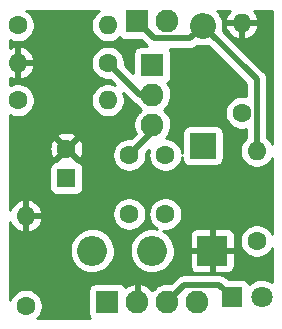
<source format=gbl>
G04 #@! TF.GenerationSoftware,KiCad,Pcbnew,(5.99.0-1165-gc29c3d9cc)*
G04 #@! TF.CreationDate,2020-03-29T18:02:48+03:00*
G04 #@! TF.ProjectId,salero-1,73616c65-726f-42d3-912e-6b696361645f,rev?*
G04 #@! TF.SameCoordinates,Original*
G04 #@! TF.FileFunction,Copper,L2,Bot*
G04 #@! TF.FilePolarity,Positive*
%FSLAX46Y46*%
G04 Gerber Fmt 4.6, Leading zero omitted, Abs format (unit mm)*
G04 Created by KiCad (PCBNEW (5.99.0-1165-gc29c3d9cc)) date 2020-03-29 18:02:48*
%MOMM*%
%LPD*%
G01*
G04 APERTURE LIST*
G04 #@! TA.AperFunction,ComponentPad*
%ADD10O,1.930400X1.930400*%
G04 #@! TD*
G04 #@! TA.AperFunction,ComponentPad*
%ADD11R,1.930400X1.930400*%
G04 #@! TD*
G04 #@! TA.AperFunction,ComponentPad*
%ADD12O,1.600000X1.600000*%
G04 #@! TD*
G04 #@! TA.AperFunction,ComponentPad*
%ADD13C,1.600000*%
G04 #@! TD*
G04 #@! TA.AperFunction,ComponentPad*
%ADD14O,2.540000X2.540000*%
G04 #@! TD*
G04 #@! TA.AperFunction,ComponentPad*
%ADD15R,2.540000X2.540000*%
G04 #@! TD*
G04 #@! TA.AperFunction,ComponentPad*
%ADD16C,1.800000*%
G04 #@! TD*
G04 #@! TA.AperFunction,ComponentPad*
%ADD17R,1.800000X1.800000*%
G04 #@! TD*
G04 #@! TA.AperFunction,ComponentPad*
%ADD18O,2.200000X2.200000*%
G04 #@! TD*
G04 #@! TA.AperFunction,ComponentPad*
%ADD19R,2.200000X2.200000*%
G04 #@! TD*
G04 #@! TA.AperFunction,ComponentPad*
%ADD20R,1.600000X1.600000*%
G04 #@! TD*
G04 #@! TA.AperFunction,Conductor*
%ADD21C,0.508000*%
G04 #@! TD*
G04 #@! TA.AperFunction,Conductor*
%ADD22C,0.254000*%
G04 #@! TD*
G04 APERTURE END LIST*
D10*
X115570000Y-72034400D03*
D11*
X113030000Y-72034400D03*
D12*
X110540800Y-78714600D03*
D13*
X102920800Y-78714600D03*
D14*
X109220000Y-91440000D03*
X114300000Y-91440000D03*
D15*
X119380000Y-91440000D03*
D12*
X123139200Y-83007200D03*
D13*
X123139200Y-90627200D03*
D12*
X121869200Y-72136000D03*
D13*
X121869200Y-79756000D03*
D12*
X102920800Y-75539600D03*
D13*
X110540800Y-75539600D03*
D12*
X110540800Y-72364600D03*
D13*
X102920800Y-72364600D03*
D12*
X103581200Y-88493600D03*
D13*
X103581200Y-96113600D03*
D10*
X114300000Y-80772000D03*
X114300000Y-78232000D03*
D11*
X114300000Y-75692000D03*
D10*
X118110000Y-95758000D03*
X115570000Y-95758000D03*
X113030000Y-95758000D03*
D11*
X110490000Y-95758000D03*
D16*
X123571000Y-95377000D03*
D17*
X121031000Y-95377000D03*
D18*
X118592600Y-72390000D03*
D19*
X118592600Y-82550000D03*
D13*
X112344200Y-88337400D03*
X112344200Y-83337400D03*
X107035600Y-82793200D03*
D20*
X107035600Y-85293200D03*
D13*
X115417600Y-83341200D03*
X115417600Y-88341200D03*
D21*
X110540800Y-75539600D02*
X113233200Y-78232000D01*
X113233200Y-78232000D02*
X114300000Y-78232000D01*
X114300000Y-80772000D02*
X114300000Y-81381600D01*
X114300000Y-81381600D02*
X112344200Y-83337400D01*
X123139200Y-83007200D02*
X123139200Y-76936600D01*
X123139200Y-76936600D02*
X118592600Y-72390000D01*
X113030000Y-72034400D02*
X114449201Y-73453601D01*
X114449201Y-73453601D02*
X117528999Y-73453601D01*
X117528999Y-73453601D02*
X118592600Y-72390000D01*
X115570000Y-95758000D02*
X116989201Y-94338799D01*
X116989201Y-94338799D02*
X119992799Y-94338799D01*
X119992799Y-94338799D02*
X121031000Y-95377000D01*
G36*
X109719932Y-71182688D02*
G01*
X109710919Y-71188999D01*
X109527166Y-71343187D01*
X109519387Y-71350966D01*
X109365199Y-71534719D01*
X109358888Y-71543732D01*
X109238952Y-71751468D01*
X109234302Y-71761440D01*
X109152260Y-71986847D01*
X109149413Y-71997474D01*
X109107759Y-72233703D01*
X109106800Y-72244664D01*
X109106800Y-72484536D01*
X109107759Y-72495497D01*
X109149413Y-72731726D01*
X109152260Y-72742353D01*
X109234302Y-72967760D01*
X109238952Y-72977732D01*
X109358888Y-73185468D01*
X109365199Y-73194481D01*
X109519387Y-73378234D01*
X109527166Y-73386013D01*
X109710919Y-73540201D01*
X109719932Y-73546512D01*
X109927668Y-73666448D01*
X109937640Y-73671098D01*
X110163047Y-73753140D01*
X110173674Y-73755987D01*
X110409903Y-73797641D01*
X110420864Y-73798600D01*
X110660736Y-73798600D01*
X110671697Y-73797641D01*
X110907926Y-73755987D01*
X110918553Y-73753140D01*
X111143960Y-73671098D01*
X111153932Y-73666448D01*
X111361668Y-73546512D01*
X111370681Y-73540201D01*
X111554434Y-73386013D01*
X111558227Y-73382220D01*
X111643790Y-73484190D01*
X111660679Y-73498361D01*
X111834920Y-73598959D01*
X111855637Y-73606500D01*
X112048338Y-73640478D01*
X112059299Y-73641437D01*
X113378388Y-73641437D01*
X113749369Y-74012418D01*
X113759632Y-74028684D01*
X113771267Y-74042355D01*
X113819511Y-74084963D01*
X113326542Y-74084963D01*
X113310166Y-74087119D01*
X113030942Y-74161937D01*
X113006462Y-74174680D01*
X112850210Y-74305790D01*
X112836039Y-74322679D01*
X112735441Y-74496920D01*
X112727900Y-74517637D01*
X112693922Y-74710338D01*
X112692963Y-74721299D01*
X112692963Y-76433114D01*
X111967321Y-75707472D01*
X111973841Y-75670497D01*
X111974800Y-75659536D01*
X111974800Y-75419664D01*
X111973841Y-75408703D01*
X111932187Y-75172474D01*
X111929340Y-75161847D01*
X111847298Y-74936440D01*
X111842648Y-74926468D01*
X111722712Y-74718732D01*
X111716401Y-74709719D01*
X111562213Y-74525966D01*
X111554434Y-74518187D01*
X111370681Y-74363999D01*
X111361668Y-74357688D01*
X111153932Y-74237752D01*
X111143960Y-74233102D01*
X110918553Y-74151060D01*
X110907926Y-74148213D01*
X110671697Y-74106559D01*
X110660736Y-74105600D01*
X110420864Y-74105600D01*
X110409903Y-74106559D01*
X110173674Y-74148213D01*
X110163047Y-74151060D01*
X109937640Y-74233102D01*
X109927668Y-74237752D01*
X109719932Y-74357688D01*
X109710919Y-74363999D01*
X109527166Y-74518187D01*
X109519387Y-74525966D01*
X109365199Y-74709719D01*
X109358888Y-74718732D01*
X109238952Y-74926468D01*
X109234302Y-74936440D01*
X109152260Y-75161847D01*
X109149413Y-75172474D01*
X109107759Y-75408703D01*
X109106800Y-75419664D01*
X109106800Y-75659536D01*
X109107759Y-75670497D01*
X109149413Y-75906726D01*
X109152260Y-75917353D01*
X109234302Y-76142760D01*
X109238952Y-76152732D01*
X109358888Y-76360468D01*
X109365199Y-76369481D01*
X109519387Y-76553234D01*
X109527166Y-76561013D01*
X109710919Y-76715201D01*
X109719932Y-76721512D01*
X109927668Y-76841448D01*
X109937640Y-76846098D01*
X110163047Y-76928140D01*
X110173674Y-76930987D01*
X110409903Y-76972641D01*
X110420864Y-76973600D01*
X110660736Y-76973600D01*
X110671697Y-76972641D01*
X110708672Y-76966121D01*
X111157176Y-77414625D01*
X111153932Y-77412752D01*
X111143960Y-77408102D01*
X110918553Y-77326060D01*
X110907926Y-77323213D01*
X110671697Y-77281559D01*
X110660736Y-77280600D01*
X110420864Y-77280600D01*
X110409903Y-77281559D01*
X110173674Y-77323213D01*
X110163047Y-77326060D01*
X109937640Y-77408102D01*
X109927668Y-77412752D01*
X109719932Y-77532688D01*
X109710919Y-77538999D01*
X109527166Y-77693187D01*
X109519387Y-77700966D01*
X109365199Y-77884719D01*
X109358888Y-77893732D01*
X109238952Y-78101468D01*
X109234302Y-78111440D01*
X109152260Y-78336847D01*
X109149413Y-78347474D01*
X109107759Y-78583703D01*
X109106800Y-78594664D01*
X109106800Y-78834536D01*
X109107759Y-78845497D01*
X109149413Y-79081726D01*
X109152260Y-79092353D01*
X109234302Y-79317760D01*
X109238952Y-79327732D01*
X109358888Y-79535468D01*
X109365199Y-79544481D01*
X109519387Y-79728234D01*
X109527166Y-79736013D01*
X109710919Y-79890201D01*
X109719932Y-79896512D01*
X109927668Y-80016448D01*
X109937640Y-80021098D01*
X110163047Y-80103140D01*
X110173674Y-80105987D01*
X110409903Y-80147641D01*
X110420864Y-80148600D01*
X110660736Y-80148600D01*
X110671697Y-80147641D01*
X110907926Y-80105987D01*
X110918553Y-80103140D01*
X111143960Y-80021098D01*
X111153932Y-80016448D01*
X111361668Y-79896512D01*
X111370681Y-79890201D01*
X111554434Y-79736013D01*
X111562213Y-79728234D01*
X111716401Y-79544481D01*
X111722712Y-79535468D01*
X111842648Y-79327732D01*
X111847298Y-79317760D01*
X111929340Y-79092353D01*
X111932187Y-79081726D01*
X111973841Y-78845497D01*
X111974800Y-78834536D01*
X111974800Y-78594664D01*
X111973841Y-78583703D01*
X111932187Y-78347474D01*
X111929340Y-78336847D01*
X111847298Y-78111440D01*
X111842648Y-78101468D01*
X111840774Y-78098223D01*
X112533367Y-78790815D01*
X112543629Y-78807080D01*
X112555265Y-78820753D01*
X112624077Y-78881526D01*
X112645833Y-78903283D01*
X112652607Y-78909156D01*
X112670799Y-78922790D01*
X112732754Y-78977506D01*
X112747759Y-78987363D01*
X112772388Y-78998926D01*
X112794155Y-79015240D01*
X112809902Y-79023861D01*
X112887280Y-79052868D01*
X112935500Y-79075508D01*
X113084038Y-79278458D01*
X113090809Y-79286275D01*
X113271280Y-79463004D01*
X113279236Y-79469610D01*
X113323326Y-79500483D01*
X113143754Y-79659914D01*
X113136609Y-79667391D01*
X112977647Y-79863693D01*
X112971820Y-79872236D01*
X112847054Y-80091864D01*
X112842699Y-80101244D01*
X112755479Y-80338300D01*
X112752716Y-80348266D01*
X112705385Y-80596384D01*
X112704286Y-80606667D01*
X112698114Y-80859185D01*
X112698710Y-80869509D01*
X112733864Y-81119643D01*
X112736137Y-81129732D01*
X112811673Y-81370766D01*
X112815564Y-81380348D01*
X112891760Y-81531191D01*
X112512072Y-81910879D01*
X112475097Y-81904359D01*
X112464136Y-81903400D01*
X112224264Y-81903400D01*
X112213303Y-81904359D01*
X111977074Y-81946013D01*
X111966447Y-81948860D01*
X111741040Y-82030902D01*
X111731068Y-82035552D01*
X111523332Y-82155488D01*
X111514319Y-82161799D01*
X111330566Y-82315987D01*
X111322787Y-82323766D01*
X111168599Y-82507519D01*
X111162288Y-82516532D01*
X111042352Y-82724268D01*
X111037702Y-82734240D01*
X110955660Y-82959647D01*
X110952813Y-82970274D01*
X110911159Y-83206503D01*
X110910200Y-83217464D01*
X110910200Y-83457336D01*
X110911159Y-83468297D01*
X110952813Y-83704526D01*
X110955660Y-83715153D01*
X111037702Y-83940560D01*
X111042352Y-83950532D01*
X111162288Y-84158268D01*
X111168599Y-84167281D01*
X111322787Y-84351034D01*
X111330566Y-84358813D01*
X111514319Y-84513001D01*
X111523332Y-84519312D01*
X111731068Y-84639248D01*
X111741040Y-84643898D01*
X111966447Y-84725940D01*
X111977074Y-84728787D01*
X112213303Y-84770441D01*
X112224264Y-84771400D01*
X112464136Y-84771400D01*
X112475097Y-84770441D01*
X112711326Y-84728787D01*
X112721953Y-84725940D01*
X112947360Y-84643898D01*
X112957332Y-84639248D01*
X113165068Y-84519312D01*
X113174081Y-84513001D01*
X113357834Y-84358813D01*
X113365613Y-84351034D01*
X113519801Y-84167281D01*
X113526112Y-84158268D01*
X113646048Y-83950532D01*
X113650698Y-83940560D01*
X113732740Y-83715153D01*
X113735587Y-83704526D01*
X113777241Y-83468297D01*
X113778200Y-83457336D01*
X113778200Y-83217464D01*
X113777241Y-83206503D01*
X113770722Y-83169529D01*
X114058964Y-82881286D01*
X114029060Y-82963447D01*
X114026213Y-82974074D01*
X113984559Y-83210303D01*
X113983600Y-83221264D01*
X113983600Y-83461136D01*
X113984559Y-83472097D01*
X114026213Y-83708326D01*
X114029060Y-83718953D01*
X114111102Y-83944360D01*
X114115752Y-83954332D01*
X114235688Y-84162068D01*
X114241999Y-84171081D01*
X114396187Y-84354834D01*
X114403966Y-84362613D01*
X114587719Y-84516801D01*
X114596732Y-84523112D01*
X114804468Y-84643048D01*
X114814440Y-84647698D01*
X115039847Y-84729740D01*
X115050474Y-84732587D01*
X115286703Y-84774241D01*
X115297664Y-84775200D01*
X115537536Y-84775200D01*
X115548497Y-84774241D01*
X115784726Y-84732587D01*
X115795353Y-84729740D01*
X116020760Y-84647698D01*
X116030732Y-84643048D01*
X116238468Y-84523112D01*
X116247481Y-84516801D01*
X116431234Y-84362613D01*
X116439013Y-84354834D01*
X116593201Y-84171081D01*
X116599512Y-84162068D01*
X116719448Y-83954332D01*
X116724098Y-83944360D01*
X116806140Y-83718953D01*
X116808987Y-83708326D01*
X116850641Y-83472097D01*
X116850763Y-83470703D01*
X116850763Y-83658258D01*
X116852919Y-83674634D01*
X116927737Y-83953859D01*
X116940480Y-83978339D01*
X117071590Y-84134590D01*
X117088479Y-84148761D01*
X117262720Y-84249359D01*
X117283437Y-84256900D01*
X117476138Y-84290878D01*
X117487099Y-84291837D01*
X119700858Y-84291837D01*
X119717234Y-84289681D01*
X119996459Y-84214863D01*
X120020939Y-84202120D01*
X120177190Y-84071010D01*
X120191361Y-84054121D01*
X120291959Y-83879880D01*
X120299500Y-83859163D01*
X120333478Y-83666462D01*
X120334437Y-83655501D01*
X120334437Y-81441742D01*
X120332281Y-81425366D01*
X120257463Y-81146142D01*
X120244720Y-81121662D01*
X120113610Y-80965410D01*
X120096721Y-80951239D01*
X119922480Y-80850641D01*
X119901763Y-80843100D01*
X119709062Y-80809122D01*
X119698101Y-80808163D01*
X117484342Y-80808163D01*
X117467966Y-80810319D01*
X117188742Y-80885137D01*
X117164262Y-80897880D01*
X117008010Y-81028990D01*
X116993839Y-81045879D01*
X116893241Y-81220120D01*
X116885700Y-81240837D01*
X116851722Y-81433538D01*
X116850763Y-81444499D01*
X116850763Y-83211697D01*
X116850641Y-83210303D01*
X116808987Y-82974074D01*
X116806140Y-82963447D01*
X116724098Y-82738040D01*
X116719448Y-82728068D01*
X116599512Y-82520332D01*
X116593201Y-82511319D01*
X116439013Y-82327566D01*
X116431234Y-82319787D01*
X116247481Y-82165599D01*
X116238468Y-82159288D01*
X116030732Y-82039352D01*
X116020760Y-82034702D01*
X115795353Y-81952660D01*
X115784726Y-81949813D01*
X115548497Y-81908159D01*
X115537536Y-81907200D01*
X115433549Y-81907200D01*
X115436055Y-81904703D01*
X115599766Y-81712344D01*
X115605801Y-81703946D01*
X115735895Y-81487431D01*
X115740477Y-81478161D01*
X115833463Y-81243306D01*
X115836470Y-81233411D01*
X115890011Y-80985769D01*
X115891418Y-80973969D01*
X115899385Y-80648013D01*
X115898556Y-80636158D01*
X115857175Y-80386197D01*
X115854655Y-80376167D01*
X115773253Y-80137050D01*
X115769130Y-80127566D01*
X115649767Y-79904955D01*
X115644149Y-79896271D01*
X115490031Y-79696146D01*
X115483072Y-79688497D01*
X115298337Y-79516229D01*
X115290221Y-79509819D01*
X115276463Y-79500679D01*
X115428730Y-79372003D01*
X115436055Y-79364703D01*
X115599766Y-79172344D01*
X115605801Y-79163946D01*
X115735895Y-78947431D01*
X115740477Y-78938161D01*
X115833463Y-78703306D01*
X115836470Y-78693411D01*
X115890011Y-78445769D01*
X115891418Y-78433969D01*
X115899385Y-78108013D01*
X115898556Y-78096158D01*
X115857175Y-77846197D01*
X115854655Y-77836167D01*
X115773253Y-77597050D01*
X115769130Y-77587566D01*
X115649767Y-77364955D01*
X115644149Y-77356271D01*
X115545629Y-77228341D01*
X115569059Y-77222063D01*
X115593539Y-77209320D01*
X115749790Y-77078210D01*
X115763961Y-77061321D01*
X115864559Y-76887080D01*
X115872100Y-76866363D01*
X115906078Y-76673662D01*
X115907037Y-76662701D01*
X115907037Y-74718542D01*
X115904881Y-74702166D01*
X115830063Y-74422942D01*
X115817320Y-74398462D01*
X115771287Y-74343601D01*
X117429293Y-74343601D01*
X117448045Y-74347844D01*
X117465939Y-74349284D01*
X117557544Y-74343601D01*
X117588336Y-74343601D01*
X117597278Y-74342964D01*
X117619799Y-74339739D01*
X117702283Y-74334622D01*
X117719863Y-74330981D01*
X117745449Y-74321744D01*
X117772381Y-74317887D01*
X117789612Y-74312848D01*
X117864848Y-74278641D01*
X117942773Y-74250509D01*
X117958940Y-74241849D01*
X117979933Y-74226315D01*
X118005175Y-74214838D01*
X118020299Y-74205166D01*
X118091959Y-74143420D01*
X118110765Y-74129504D01*
X118117848Y-74123401D01*
X118134384Y-74106864D01*
X118170212Y-74075993D01*
X118181831Y-74079768D01*
X118191458Y-74082079D01*
X118451227Y-74123223D01*
X118461097Y-74124000D01*
X118724103Y-74124000D01*
X118733973Y-74123223D01*
X118993742Y-74082079D01*
X119003369Y-74079768D01*
X119018729Y-74074777D01*
X122249201Y-77305250D01*
X122249201Y-78368278D01*
X122246953Y-78367460D01*
X122236325Y-78364613D01*
X122000097Y-78322959D01*
X121989136Y-78322000D01*
X121749264Y-78322000D01*
X121738303Y-78322959D01*
X121502074Y-78364613D01*
X121491447Y-78367460D01*
X121266040Y-78449502D01*
X121256068Y-78454152D01*
X121048332Y-78574088D01*
X121039319Y-78580399D01*
X120855566Y-78734587D01*
X120847787Y-78742366D01*
X120693599Y-78926119D01*
X120687288Y-78935132D01*
X120567352Y-79142868D01*
X120562702Y-79152840D01*
X120480660Y-79378247D01*
X120477813Y-79388874D01*
X120436159Y-79625103D01*
X120435200Y-79636064D01*
X120435200Y-79875936D01*
X120436159Y-79886897D01*
X120477813Y-80123126D01*
X120480660Y-80133753D01*
X120562702Y-80359160D01*
X120567352Y-80369132D01*
X120687288Y-80576868D01*
X120693599Y-80585881D01*
X120847787Y-80769634D01*
X120855566Y-80777413D01*
X121039319Y-80931601D01*
X121048332Y-80937912D01*
X121256068Y-81057848D01*
X121266040Y-81062498D01*
X121491447Y-81144540D01*
X121502074Y-81147387D01*
X121738303Y-81189041D01*
X121749264Y-81190000D01*
X121989136Y-81190000D01*
X122000097Y-81189041D01*
X122236325Y-81147387D01*
X122246953Y-81144540D01*
X122249200Y-81143722D01*
X122249200Y-81882046D01*
X122125566Y-81985787D01*
X122117787Y-81993566D01*
X121963599Y-82177319D01*
X121957288Y-82186332D01*
X121837352Y-82394068D01*
X121832702Y-82404040D01*
X121750660Y-82629447D01*
X121747813Y-82640074D01*
X121706159Y-82876303D01*
X121705200Y-82887264D01*
X121705200Y-83127136D01*
X121706159Y-83138097D01*
X121747813Y-83374326D01*
X121750660Y-83384953D01*
X121832702Y-83610360D01*
X121837352Y-83620332D01*
X121957288Y-83828068D01*
X121963599Y-83837081D01*
X122117787Y-84020834D01*
X122125566Y-84028613D01*
X122309319Y-84182801D01*
X122318332Y-84189112D01*
X122526068Y-84309048D01*
X122536040Y-84313698D01*
X122761447Y-84395740D01*
X122772074Y-84398587D01*
X123008303Y-84440241D01*
X123019264Y-84441200D01*
X123259136Y-84441200D01*
X123270097Y-84440241D01*
X123506326Y-84398587D01*
X123516953Y-84395740D01*
X123742360Y-84313698D01*
X123752332Y-84309048D01*
X123960068Y-84189112D01*
X123969081Y-84182801D01*
X124152834Y-84028613D01*
X124160613Y-84020834D01*
X124314801Y-83837081D01*
X124321112Y-83828068D01*
X124441048Y-83620332D01*
X124445698Y-83610360D01*
X124461001Y-83568317D01*
X124461001Y-90066084D01*
X124445698Y-90024040D01*
X124441048Y-90014068D01*
X124321112Y-89806332D01*
X124314801Y-89797319D01*
X124160613Y-89613566D01*
X124152834Y-89605787D01*
X123969081Y-89451599D01*
X123960068Y-89445288D01*
X123752332Y-89325352D01*
X123742360Y-89320702D01*
X123516953Y-89238660D01*
X123506326Y-89235813D01*
X123270097Y-89194159D01*
X123259136Y-89193200D01*
X123019264Y-89193200D01*
X123008303Y-89194159D01*
X122772074Y-89235813D01*
X122761447Y-89238660D01*
X122536040Y-89320702D01*
X122526068Y-89325352D01*
X122318332Y-89445288D01*
X122309319Y-89451599D01*
X122125566Y-89605787D01*
X122117787Y-89613566D01*
X121963599Y-89797319D01*
X121957288Y-89806332D01*
X121837352Y-90014068D01*
X121832702Y-90024040D01*
X121750660Y-90249447D01*
X121747813Y-90260074D01*
X121706159Y-90496303D01*
X121705200Y-90507264D01*
X121705200Y-90747136D01*
X121706159Y-90758097D01*
X121747813Y-90994326D01*
X121750660Y-91004953D01*
X121832702Y-91230360D01*
X121837352Y-91240332D01*
X121957288Y-91448068D01*
X121963599Y-91457081D01*
X122117787Y-91640834D01*
X122125566Y-91648613D01*
X122309319Y-91802801D01*
X122318332Y-91809112D01*
X122526068Y-91929048D01*
X122536040Y-91933698D01*
X122761447Y-92015740D01*
X122772074Y-92018587D01*
X123008303Y-92060241D01*
X123019264Y-92061200D01*
X123259136Y-92061200D01*
X123270097Y-92060241D01*
X123506326Y-92018587D01*
X123516953Y-92015740D01*
X123742360Y-91933698D01*
X123752332Y-91929048D01*
X123960068Y-91809112D01*
X123969081Y-91802801D01*
X124152834Y-91648613D01*
X124160613Y-91640834D01*
X124314801Y-91457081D01*
X124321112Y-91448068D01*
X124441048Y-91240332D01*
X124445698Y-91230360D01*
X124461001Y-91188316D01*
X124461001Y-94123854D01*
X124273291Y-94007470D01*
X124263778Y-94002633D01*
X124032500Y-93908721D01*
X124022308Y-93905556D01*
X123778513Y-93851954D01*
X123767934Y-93850552D01*
X123518592Y-93838794D01*
X123507928Y-93839194D01*
X123260170Y-93869614D01*
X123249725Y-93871806D01*
X123010635Y-93943537D01*
X123000709Y-93947457D01*
X122777123Y-94058446D01*
X122768000Y-94063982D01*
X122566311Y-94211056D01*
X122558250Y-94218051D01*
X122518774Y-94258645D01*
X122495863Y-94173142D01*
X122483120Y-94148662D01*
X122352010Y-93992410D01*
X122335121Y-93978239D01*
X122160880Y-93877641D01*
X122140163Y-93870100D01*
X121947462Y-93836122D01*
X121936501Y-93835163D01*
X120747811Y-93835163D01*
X120692634Y-93779986D01*
X120682369Y-93763717D01*
X120670733Y-93750045D01*
X120601914Y-93689266D01*
X120580166Y-93667517D01*
X120573392Y-93661644D01*
X120555208Y-93648016D01*
X120493245Y-93593293D01*
X120478240Y-93583436D01*
X120453605Y-93571870D01*
X120431844Y-93555561D01*
X120416097Y-93546939D01*
X120338718Y-93517930D01*
X120263716Y-93482717D01*
X120246160Y-93477408D01*
X120220328Y-93473548D01*
X120194369Y-93463816D01*
X120176834Y-93459961D01*
X120082512Y-93452951D01*
X120059366Y-93449492D01*
X120050041Y-93448799D01*
X120026640Y-93448799D01*
X119940688Y-93442412D01*
X119922776Y-93443633D01*
X119898576Y-93448799D01*
X117088907Y-93448799D01*
X117070155Y-93444556D01*
X117052261Y-93443116D01*
X116960655Y-93448799D01*
X116929863Y-93448799D01*
X116920921Y-93449436D01*
X116898410Y-93452660D01*
X116815917Y-93457778D01*
X116798337Y-93461418D01*
X116772743Y-93470657D01*
X116745819Y-93474513D01*
X116728588Y-93479552D01*
X116653346Y-93513761D01*
X116575426Y-93541891D01*
X116559258Y-93550551D01*
X116538264Y-93566086D01*
X116513027Y-93577561D01*
X116497901Y-93587234D01*
X116426257Y-93648966D01*
X116407435Y-93662894D01*
X116400351Y-93668998D01*
X116383801Y-93685549D01*
X116318511Y-93741806D01*
X116306709Y-93755335D01*
X116293251Y-93776098D01*
X115882849Y-94186501D01*
X115856423Y-94179519D01*
X115846242Y-94177706D01*
X115594770Y-94153935D01*
X115584429Y-94153808D01*
X115332451Y-94171429D01*
X115322229Y-94172993D01*
X115076513Y-94231531D01*
X115066683Y-94234743D01*
X114833827Y-94332627D01*
X114824654Y-94337402D01*
X114610912Y-94472003D01*
X114602642Y-94478212D01*
X114413754Y-94645914D01*
X114406609Y-94653391D01*
X114299627Y-94785503D01*
X114220031Y-94682146D01*
X114213072Y-94674497D01*
X114028337Y-94502229D01*
X114020221Y-94495819D01*
X113809832Y-94356036D01*
X113800778Y-94351038D01*
X113570383Y-94247495D01*
X113560634Y-94244043D01*
X113316423Y-94179519D01*
X113306242Y-94177706D01*
X113240402Y-94171482D01*
X113158000Y-94246461D01*
X113158000Y-95886000D01*
X112902000Y-95886000D01*
X112902000Y-94242957D01*
X112806184Y-94167286D01*
X112536513Y-94231531D01*
X112526683Y-94234743D01*
X112293827Y-94332627D01*
X112284654Y-94337402D01*
X112070912Y-94472003D01*
X112062642Y-94478212D01*
X112025923Y-94510812D01*
X112020063Y-94488942D01*
X112007320Y-94464462D01*
X111876210Y-94308210D01*
X111859321Y-94294039D01*
X111685080Y-94193441D01*
X111664363Y-94185900D01*
X111471662Y-94151922D01*
X111460701Y-94150963D01*
X109516542Y-94150963D01*
X109500166Y-94153119D01*
X109220942Y-94227937D01*
X109196462Y-94240680D01*
X109040210Y-94371790D01*
X109026039Y-94388679D01*
X108925441Y-94562920D01*
X108917900Y-94583637D01*
X108883922Y-94776338D01*
X108882963Y-94787299D01*
X108882963Y-96731458D01*
X108885119Y-96747834D01*
X108959937Y-97027059D01*
X108972680Y-97051539D01*
X109060333Y-97156000D01*
X104569823Y-97156000D01*
X104594834Y-97135013D01*
X104602613Y-97127234D01*
X104756801Y-96943481D01*
X104763112Y-96934468D01*
X104883048Y-96726732D01*
X104887698Y-96716760D01*
X104969740Y-96491353D01*
X104972587Y-96480726D01*
X105014241Y-96244497D01*
X105015200Y-96233536D01*
X105015200Y-95993664D01*
X105014241Y-95982703D01*
X104972587Y-95746474D01*
X104969740Y-95735847D01*
X104887698Y-95510440D01*
X104883048Y-95500468D01*
X104763112Y-95292732D01*
X104756801Y-95283719D01*
X104602613Y-95099966D01*
X104594834Y-95092187D01*
X104411081Y-94937999D01*
X104402068Y-94931688D01*
X104194332Y-94811752D01*
X104184360Y-94807102D01*
X103958953Y-94725060D01*
X103948326Y-94722213D01*
X103712097Y-94680559D01*
X103701136Y-94679600D01*
X103461264Y-94679600D01*
X103450303Y-94680559D01*
X103214074Y-94722213D01*
X103203447Y-94725060D01*
X102978040Y-94807102D01*
X102968068Y-94811752D01*
X102760332Y-94931688D01*
X102751319Y-94937999D01*
X102567566Y-95092187D01*
X102559787Y-95099966D01*
X102405599Y-95283719D01*
X102399288Y-95292732D01*
X102279352Y-95500468D01*
X102274702Y-95510440D01*
X102234000Y-95622267D01*
X102234000Y-91526919D01*
X107312989Y-91526919D01*
X107313437Y-91536259D01*
X107346784Y-91807839D01*
X107348608Y-91817010D01*
X107421729Y-92080677D01*
X107424889Y-92089478D01*
X107536180Y-92339442D01*
X107540606Y-92347679D01*
X107687621Y-92578447D01*
X107693215Y-92585939D01*
X107872726Y-92792442D01*
X107879367Y-92799025D01*
X108087429Y-92976727D01*
X108094969Y-92982256D01*
X108327011Y-93127252D01*
X108335286Y-93131605D01*
X108586212Y-93240711D01*
X108595040Y-93243794D01*
X108859335Y-93314611D01*
X108868521Y-93316355D01*
X109140382Y-93347329D01*
X109149725Y-93347696D01*
X109423178Y-93338148D01*
X109432473Y-93337130D01*
X109701510Y-93287266D01*
X109710552Y-93284885D01*
X109969264Y-93195804D01*
X109977855Y-93192113D01*
X110220559Y-93065770D01*
X110228511Y-93060849D01*
X110449872Y-92900020D01*
X110457009Y-92893979D01*
X110652168Y-92702197D01*
X110658333Y-92695166D01*
X110823002Y-92476644D01*
X110828060Y-92468780D01*
X110958620Y-92228319D01*
X110962460Y-92219794D01*
X111056043Y-91962675D01*
X111058581Y-91953676D01*
X111113297Y-91684741D01*
X111114543Y-91673809D01*
X111118389Y-91526919D01*
X112392989Y-91526919D01*
X112393437Y-91536259D01*
X112426784Y-91807839D01*
X112428608Y-91817010D01*
X112501729Y-92080677D01*
X112504889Y-92089478D01*
X112616180Y-92339442D01*
X112620606Y-92347679D01*
X112767621Y-92578447D01*
X112773215Y-92585939D01*
X112952726Y-92792442D01*
X112959367Y-92799025D01*
X113167429Y-92976727D01*
X113174969Y-92982256D01*
X113407011Y-93127252D01*
X113415286Y-93131605D01*
X113666212Y-93240711D01*
X113675040Y-93243794D01*
X113939335Y-93314611D01*
X113948521Y-93316355D01*
X114220382Y-93347329D01*
X114229725Y-93347696D01*
X114503178Y-93338148D01*
X114512473Y-93337130D01*
X114781510Y-93287266D01*
X114790552Y-93284885D01*
X115049264Y-93195804D01*
X115057855Y-93192113D01*
X115300559Y-93065770D01*
X115308511Y-93060849D01*
X115529872Y-92900020D01*
X115537009Y-92893979D01*
X115732168Y-92702197D01*
X115738333Y-92695166D01*
X115903002Y-92476644D01*
X115908060Y-92468780D01*
X116038620Y-92228319D01*
X116042460Y-92219794D01*
X116136043Y-91962675D01*
X116138581Y-91953676D01*
X116193297Y-91684741D01*
X116194543Y-91673809D01*
X116195380Y-91641808D01*
X117468163Y-91641808D01*
X117468163Y-92718258D01*
X117470319Y-92734634D01*
X117545137Y-93013859D01*
X117557880Y-93038339D01*
X117688990Y-93194590D01*
X117705879Y-93208761D01*
X117880120Y-93309359D01*
X117900837Y-93316900D01*
X118093538Y-93350878D01*
X118104499Y-93351837D01*
X119178191Y-93351837D01*
X119252000Y-93278028D01*
X119507999Y-93278028D01*
X119581808Y-93351837D01*
X120658258Y-93351837D01*
X120674634Y-93349681D01*
X120953859Y-93274863D01*
X120978339Y-93262120D01*
X121134590Y-93131010D01*
X121148761Y-93114121D01*
X121249359Y-92939880D01*
X121256900Y-92919163D01*
X121290878Y-92726462D01*
X121291837Y-92715501D01*
X121291837Y-91641809D01*
X121218028Y-91568000D01*
X119581809Y-91567999D01*
X119508000Y-91641808D01*
X119507999Y-93278028D01*
X119252000Y-93278028D01*
X119252001Y-91641809D01*
X119178192Y-91568000D01*
X117541972Y-91567999D01*
X117468163Y-91641808D01*
X116195380Y-91641808D01*
X116204183Y-91305665D01*
X116203511Y-91294683D01*
X116162946Y-91023252D01*
X116160882Y-91014132D01*
X116080883Y-90752468D01*
X116077494Y-90743753D01*
X115959698Y-90496789D01*
X115955058Y-90488671D01*
X115802052Y-90261831D01*
X115796264Y-90254488D01*
X115713805Y-90164499D01*
X117468163Y-90164499D01*
X117468163Y-91238191D01*
X117541972Y-91312000D01*
X119178191Y-91312001D01*
X119252000Y-91238192D01*
X119252000Y-91238191D01*
X119507999Y-91238191D01*
X119581808Y-91312000D01*
X121218028Y-91312001D01*
X121291837Y-91238192D01*
X121291837Y-90161742D01*
X121289681Y-90145366D01*
X121214863Y-89866142D01*
X121202120Y-89841662D01*
X121071010Y-89685410D01*
X121054121Y-89671239D01*
X120879880Y-89570641D01*
X120859163Y-89563100D01*
X120666462Y-89529122D01*
X120655501Y-89528163D01*
X119581809Y-89528163D01*
X119508000Y-89601972D01*
X119507999Y-91238191D01*
X119252000Y-91238191D01*
X119252001Y-89601972D01*
X119178192Y-89528163D01*
X118101742Y-89528163D01*
X118085366Y-89530319D01*
X117806142Y-89605137D01*
X117781662Y-89617880D01*
X117625410Y-89748990D01*
X117611239Y-89765879D01*
X117510641Y-89940120D01*
X117503100Y-89960837D01*
X117469122Y-90153538D01*
X117468163Y-90164499D01*
X115713805Y-90164499D01*
X115611410Y-90052754D01*
X115604599Y-90046347D01*
X115391957Y-89874153D01*
X115384274Y-89868824D01*
X115196789Y-89758387D01*
X115286703Y-89774241D01*
X115297664Y-89775200D01*
X115537536Y-89775200D01*
X115548497Y-89774241D01*
X115784726Y-89732587D01*
X115795353Y-89729740D01*
X116020760Y-89647698D01*
X116030732Y-89643048D01*
X116238468Y-89523112D01*
X116247481Y-89516801D01*
X116431234Y-89362613D01*
X116439013Y-89354834D01*
X116593201Y-89171081D01*
X116599512Y-89162068D01*
X116719448Y-88954332D01*
X116724098Y-88944360D01*
X116806140Y-88718953D01*
X116808987Y-88708326D01*
X116850641Y-88472097D01*
X116851600Y-88461136D01*
X116851600Y-88221264D01*
X116850641Y-88210303D01*
X116808987Y-87974074D01*
X116806140Y-87963447D01*
X116724098Y-87738040D01*
X116719448Y-87728068D01*
X116599512Y-87520332D01*
X116593201Y-87511319D01*
X116439013Y-87327566D01*
X116431234Y-87319787D01*
X116247481Y-87165599D01*
X116238468Y-87159288D01*
X116030732Y-87039352D01*
X116020760Y-87034702D01*
X115795353Y-86952660D01*
X115784726Y-86949813D01*
X115548497Y-86908159D01*
X115537536Y-86907200D01*
X115297664Y-86907200D01*
X115286703Y-86908159D01*
X115050474Y-86949813D01*
X115039847Y-86952660D01*
X114814440Y-87034702D01*
X114804468Y-87039352D01*
X114596732Y-87159288D01*
X114587719Y-87165599D01*
X114403966Y-87319787D01*
X114396187Y-87327566D01*
X114241999Y-87511319D01*
X114235688Y-87520332D01*
X114115752Y-87728068D01*
X114111102Y-87738040D01*
X114029060Y-87963447D01*
X114026213Y-87974074D01*
X113984559Y-88210303D01*
X113983600Y-88221264D01*
X113983600Y-88461136D01*
X113984559Y-88472097D01*
X114026213Y-88708326D01*
X114029060Y-88718953D01*
X114111102Y-88944360D01*
X114115752Y-88954332D01*
X114235688Y-89162068D01*
X114241999Y-89171081D01*
X114396187Y-89354834D01*
X114403966Y-89362613D01*
X114587719Y-89516801D01*
X114596732Y-89523112D01*
X114685504Y-89574364D01*
X114611470Y-89556590D01*
X114602241Y-89555087D01*
X114329663Y-89531240D01*
X114320313Y-89531118D01*
X114047204Y-89547821D01*
X114037939Y-89549082D01*
X113770299Y-89605971D01*
X113761322Y-89608588D01*
X113505031Y-89704411D01*
X113496539Y-89708325D01*
X113257226Y-89840979D01*
X113249406Y-89846105D01*
X113032330Y-90012675D01*
X113025354Y-90018901D01*
X112835282Y-90215726D01*
X112829303Y-90222915D01*
X112670412Y-90445673D01*
X112665561Y-90453667D01*
X112541341Y-90697463D01*
X112537725Y-90706086D01*
X112450904Y-90965565D01*
X112448602Y-90974628D01*
X112401088Y-91244090D01*
X112400152Y-91253394D01*
X112392989Y-91526919D01*
X111118389Y-91526919D01*
X111124183Y-91305665D01*
X111123511Y-91294683D01*
X111082946Y-91023252D01*
X111080882Y-91014132D01*
X111000883Y-90752468D01*
X110997494Y-90743753D01*
X110879698Y-90496789D01*
X110875058Y-90488671D01*
X110722052Y-90261831D01*
X110716264Y-90254488D01*
X110531410Y-90052754D01*
X110524599Y-90046347D01*
X110311957Y-89874153D01*
X110304274Y-89868824D01*
X110068515Y-89729951D01*
X110060129Y-89725815D01*
X109806433Y-89623316D01*
X109797528Y-89620466D01*
X109531470Y-89556590D01*
X109522241Y-89555087D01*
X109249663Y-89531240D01*
X109240313Y-89531118D01*
X108967204Y-89547821D01*
X108957939Y-89549082D01*
X108690299Y-89605971D01*
X108681322Y-89608588D01*
X108425031Y-89704411D01*
X108416539Y-89708325D01*
X108177226Y-89840979D01*
X108169406Y-89846105D01*
X107952330Y-90012675D01*
X107945354Y-90018901D01*
X107755282Y-90215726D01*
X107749303Y-90222915D01*
X107590412Y-90445673D01*
X107585561Y-90453667D01*
X107461341Y-90697463D01*
X107457725Y-90706086D01*
X107370904Y-90965565D01*
X107368602Y-90974628D01*
X107321088Y-91244090D01*
X107320152Y-91253394D01*
X107312989Y-91526919D01*
X102234000Y-91526919D01*
X102234000Y-88984933D01*
X102274702Y-89096760D01*
X102279352Y-89106732D01*
X102399288Y-89314468D01*
X102405599Y-89323481D01*
X102559787Y-89507234D01*
X102567566Y-89515013D01*
X102751319Y-89669201D01*
X102760332Y-89675512D01*
X102968068Y-89795448D01*
X102978040Y-89800098D01*
X103203447Y-89882140D01*
X103214074Y-89884987D01*
X103363182Y-89911280D01*
X103453200Y-89835746D01*
X103709199Y-89835746D01*
X103799217Y-89911279D01*
X103948325Y-89884987D01*
X103958953Y-89882140D01*
X104184360Y-89800098D01*
X104194332Y-89795448D01*
X104402068Y-89675512D01*
X104411081Y-89669201D01*
X104594834Y-89515013D01*
X104602613Y-89507234D01*
X104756801Y-89323481D01*
X104763112Y-89314468D01*
X104883048Y-89106732D01*
X104887698Y-89096760D01*
X104969740Y-88871353D01*
X104972587Y-88860726D01*
X104998880Y-88711618D01*
X104923346Y-88621600D01*
X103783009Y-88621599D01*
X103709200Y-88695408D01*
X103709199Y-89835746D01*
X103453200Y-89835746D01*
X103453201Y-88695408D01*
X103453200Y-88695407D01*
X103453200Y-88291791D01*
X103709199Y-88291791D01*
X103783008Y-88365600D01*
X104923346Y-88365601D01*
X104998879Y-88275583D01*
X104988631Y-88217464D01*
X110910200Y-88217464D01*
X110910200Y-88457336D01*
X110911159Y-88468297D01*
X110952813Y-88704526D01*
X110955660Y-88715153D01*
X111037702Y-88940560D01*
X111042352Y-88950532D01*
X111162288Y-89158268D01*
X111168599Y-89167281D01*
X111322787Y-89351034D01*
X111330566Y-89358813D01*
X111514319Y-89513001D01*
X111523332Y-89519312D01*
X111731068Y-89639248D01*
X111741040Y-89643898D01*
X111966447Y-89725940D01*
X111977074Y-89728787D01*
X112213303Y-89770441D01*
X112224264Y-89771400D01*
X112464136Y-89771400D01*
X112475097Y-89770441D01*
X112711326Y-89728787D01*
X112721953Y-89725940D01*
X112947360Y-89643898D01*
X112957332Y-89639248D01*
X113165068Y-89519312D01*
X113174081Y-89513001D01*
X113357834Y-89358813D01*
X113365613Y-89351034D01*
X113519801Y-89167281D01*
X113526112Y-89158268D01*
X113646048Y-88950532D01*
X113650698Y-88940560D01*
X113732740Y-88715153D01*
X113735587Y-88704526D01*
X113777241Y-88468297D01*
X113778200Y-88457336D01*
X113778200Y-88217464D01*
X113777241Y-88206503D01*
X113735587Y-87970274D01*
X113732740Y-87959647D01*
X113650698Y-87734240D01*
X113646048Y-87724268D01*
X113526112Y-87516532D01*
X113519801Y-87507519D01*
X113365613Y-87323766D01*
X113357834Y-87315987D01*
X113174081Y-87161799D01*
X113165068Y-87155488D01*
X112957332Y-87035552D01*
X112947360Y-87030902D01*
X112721953Y-86948860D01*
X112711326Y-86946013D01*
X112475097Y-86904359D01*
X112464136Y-86903400D01*
X112224264Y-86903400D01*
X112213303Y-86904359D01*
X111977074Y-86946013D01*
X111966447Y-86948860D01*
X111741040Y-87030902D01*
X111731068Y-87035552D01*
X111523332Y-87155488D01*
X111514319Y-87161799D01*
X111330566Y-87315987D01*
X111322787Y-87323766D01*
X111168599Y-87507519D01*
X111162288Y-87516532D01*
X111042352Y-87724268D01*
X111037702Y-87734240D01*
X110955660Y-87959647D01*
X110952813Y-87970274D01*
X110911159Y-88206503D01*
X110910200Y-88217464D01*
X104988631Y-88217464D01*
X104972587Y-88126475D01*
X104969740Y-88115847D01*
X104887698Y-87890440D01*
X104883048Y-87880468D01*
X104763112Y-87672732D01*
X104756801Y-87663719D01*
X104602613Y-87479966D01*
X104594834Y-87472187D01*
X104411081Y-87317999D01*
X104402068Y-87311688D01*
X104194332Y-87191752D01*
X104184360Y-87187102D01*
X103958953Y-87105060D01*
X103948326Y-87102213D01*
X103799218Y-87075920D01*
X103709200Y-87151454D01*
X103709199Y-88291791D01*
X103453200Y-88291791D01*
X103453201Y-87151454D01*
X103363183Y-87075921D01*
X103214075Y-87102213D01*
X103203447Y-87105060D01*
X102978040Y-87187102D01*
X102968068Y-87191752D01*
X102760332Y-87311688D01*
X102751319Y-87317999D01*
X102567566Y-87472187D01*
X102559787Y-87479966D01*
X102405599Y-87663719D01*
X102399288Y-87672732D01*
X102279352Y-87880468D01*
X102274702Y-87890440D01*
X102234000Y-88002267D01*
X102234000Y-84487699D01*
X105593763Y-84487699D01*
X105593763Y-86101458D01*
X105595919Y-86117834D01*
X105670737Y-86397059D01*
X105683480Y-86421539D01*
X105814590Y-86577790D01*
X105831479Y-86591961D01*
X106005720Y-86692559D01*
X106026437Y-86700100D01*
X106219138Y-86734078D01*
X106230099Y-86735037D01*
X107843858Y-86735037D01*
X107860234Y-86732881D01*
X108139459Y-86658063D01*
X108163939Y-86645320D01*
X108320190Y-86514210D01*
X108334361Y-86497321D01*
X108434959Y-86323080D01*
X108442500Y-86302363D01*
X108476478Y-86109662D01*
X108477437Y-86098701D01*
X108477437Y-84484942D01*
X108475281Y-84468566D01*
X108400463Y-84189342D01*
X108387720Y-84164862D01*
X108256610Y-84008610D01*
X108239721Y-83994439D01*
X108065480Y-83893841D01*
X108044763Y-83886300D01*
X107895406Y-83859965D01*
X107898423Y-83837044D01*
X107087791Y-83026410D01*
X106983409Y-83026410D01*
X106172777Y-83837044D01*
X106176173Y-83862842D01*
X105931742Y-83928337D01*
X105907262Y-83941080D01*
X105751010Y-84072190D01*
X105736839Y-84089079D01*
X105636241Y-84263320D01*
X105628700Y-84284037D01*
X105594722Y-84476738D01*
X105593763Y-84487699D01*
X102234000Y-84487699D01*
X102234000Y-82673264D01*
X105601600Y-82673264D01*
X105601600Y-82913136D01*
X105602559Y-82924097D01*
X105644213Y-83160326D01*
X105647060Y-83170953D01*
X105729102Y-83396360D01*
X105733752Y-83406332D01*
X105868547Y-83639803D01*
X105991756Y-83656023D01*
X106802390Y-82845391D01*
X106802390Y-82741009D01*
X107268810Y-82741009D01*
X107268810Y-82845391D01*
X108079444Y-83656023D01*
X108202653Y-83639803D01*
X108337448Y-83406332D01*
X108342098Y-83396360D01*
X108424140Y-83170953D01*
X108426987Y-83160326D01*
X108468641Y-82924097D01*
X108469600Y-82913136D01*
X108469600Y-82673264D01*
X108468641Y-82662303D01*
X108426987Y-82426074D01*
X108424140Y-82415447D01*
X108342098Y-82190040D01*
X108337448Y-82180068D01*
X108202653Y-81946597D01*
X108079444Y-81930377D01*
X107268810Y-82741009D01*
X106802390Y-82741009D01*
X105991756Y-81930377D01*
X105868547Y-81946597D01*
X105733752Y-82180068D01*
X105729102Y-82190040D01*
X105647060Y-82415447D01*
X105644213Y-82426074D01*
X105602559Y-82662303D01*
X105601600Y-82673264D01*
X102234000Y-82673264D01*
X102234000Y-81749356D01*
X106172777Y-81749356D01*
X106983409Y-82559990D01*
X107087791Y-82559990D01*
X107898423Y-81749356D01*
X107882203Y-81626147D01*
X107648732Y-81491352D01*
X107638760Y-81486702D01*
X107413353Y-81404660D01*
X107402726Y-81401813D01*
X107166497Y-81360159D01*
X107155536Y-81359200D01*
X106915664Y-81359200D01*
X106904703Y-81360159D01*
X106668474Y-81401813D01*
X106657847Y-81404660D01*
X106432440Y-81486702D01*
X106422468Y-81491352D01*
X106188997Y-81626147D01*
X106172777Y-81749356D01*
X102234000Y-81749356D01*
X102234000Y-79973916D01*
X102307668Y-80016448D01*
X102317640Y-80021098D01*
X102543047Y-80103140D01*
X102553674Y-80105987D01*
X102789903Y-80147641D01*
X102800864Y-80148600D01*
X103040736Y-80148600D01*
X103051697Y-80147641D01*
X103287926Y-80105987D01*
X103298553Y-80103140D01*
X103523960Y-80021098D01*
X103533932Y-80016448D01*
X103741668Y-79896512D01*
X103750681Y-79890201D01*
X103934434Y-79736013D01*
X103942213Y-79728234D01*
X104096401Y-79544481D01*
X104102712Y-79535468D01*
X104222648Y-79327732D01*
X104227298Y-79317760D01*
X104309340Y-79092353D01*
X104312187Y-79081726D01*
X104353841Y-78845497D01*
X104354800Y-78834536D01*
X104354800Y-78594664D01*
X104353841Y-78583703D01*
X104312187Y-78347474D01*
X104309340Y-78336847D01*
X104227298Y-78111440D01*
X104222648Y-78101468D01*
X104102712Y-77893732D01*
X104096401Y-77884719D01*
X103942213Y-77700966D01*
X103934434Y-77693187D01*
X103750681Y-77538999D01*
X103741668Y-77532688D01*
X103533932Y-77412752D01*
X103523960Y-77408102D01*
X103298553Y-77326060D01*
X103287926Y-77323213D01*
X103051697Y-77281559D01*
X103040736Y-77280600D01*
X102800864Y-77280600D01*
X102789903Y-77281559D01*
X102553674Y-77323213D01*
X102543047Y-77326060D01*
X102317640Y-77408102D01*
X102307668Y-77412752D01*
X102234000Y-77455284D01*
X102234000Y-76798916D01*
X102307668Y-76841448D01*
X102317640Y-76846098D01*
X102543047Y-76928140D01*
X102553674Y-76930987D01*
X102702782Y-76957280D01*
X102792800Y-76881746D01*
X103048799Y-76881746D01*
X103138817Y-76957279D01*
X103287925Y-76930987D01*
X103298553Y-76928140D01*
X103523960Y-76846098D01*
X103533932Y-76841448D01*
X103741668Y-76721512D01*
X103750681Y-76715201D01*
X103934434Y-76561013D01*
X103942213Y-76553234D01*
X104096401Y-76369481D01*
X104102712Y-76360468D01*
X104222648Y-76152732D01*
X104227298Y-76142760D01*
X104309340Y-75917353D01*
X104312187Y-75906726D01*
X104338480Y-75757618D01*
X104262946Y-75667600D01*
X103122609Y-75667599D01*
X103048800Y-75741408D01*
X103048799Y-76881746D01*
X102792800Y-76881746D01*
X102792801Y-75741408D01*
X102792800Y-75741407D01*
X102792800Y-75337791D01*
X103048799Y-75337791D01*
X103122608Y-75411600D01*
X104262946Y-75411601D01*
X104338479Y-75321583D01*
X104312187Y-75172475D01*
X104309340Y-75161847D01*
X104227298Y-74936440D01*
X104222648Y-74926468D01*
X104102712Y-74718732D01*
X104096401Y-74709719D01*
X103942213Y-74525966D01*
X103934434Y-74518187D01*
X103750681Y-74363999D01*
X103741668Y-74357688D01*
X103533932Y-74237752D01*
X103523960Y-74233102D01*
X103298553Y-74151060D01*
X103287926Y-74148213D01*
X103138818Y-74121920D01*
X103048800Y-74197454D01*
X103048799Y-75337791D01*
X102792800Y-75337791D01*
X102792801Y-74197454D01*
X102702783Y-74121921D01*
X102553675Y-74148213D01*
X102543047Y-74151060D01*
X102317640Y-74233102D01*
X102307668Y-74237752D01*
X102234000Y-74280284D01*
X102234000Y-73623916D01*
X102307668Y-73666448D01*
X102317640Y-73671098D01*
X102543047Y-73753140D01*
X102553674Y-73755987D01*
X102789903Y-73797641D01*
X102800864Y-73798600D01*
X103040736Y-73798600D01*
X103051697Y-73797641D01*
X103287926Y-73755987D01*
X103298553Y-73753140D01*
X103523960Y-73671098D01*
X103533932Y-73666448D01*
X103741668Y-73546512D01*
X103750681Y-73540201D01*
X103934434Y-73386013D01*
X103942213Y-73378234D01*
X104096401Y-73194481D01*
X104102712Y-73185468D01*
X104222648Y-72977732D01*
X104227298Y-72967760D01*
X104309340Y-72742353D01*
X104312187Y-72731726D01*
X104353841Y-72495497D01*
X104354800Y-72484536D01*
X104354800Y-72244664D01*
X104353841Y-72233703D01*
X104312187Y-71997474D01*
X104309340Y-71986847D01*
X104227298Y-71761440D01*
X104222648Y-71751468D01*
X104102712Y-71543732D01*
X104096401Y-71534719D01*
X103942213Y-71350966D01*
X103934434Y-71343187D01*
X103750681Y-71188999D01*
X103741668Y-71182688D01*
X103631357Y-71119000D01*
X109830243Y-71119000D01*
X109719932Y-71182688D01*
G37*
D22*
X109719932Y-71182688D02*
X109710919Y-71188999D01*
X109527166Y-71343187D01*
X109519387Y-71350966D01*
X109365199Y-71534719D01*
X109358888Y-71543732D01*
X109238952Y-71751468D01*
X109234302Y-71761440D01*
X109152260Y-71986847D01*
X109149413Y-71997474D01*
X109107759Y-72233703D01*
X109106800Y-72244664D01*
X109106800Y-72484536D01*
X109107759Y-72495497D01*
X109149413Y-72731726D01*
X109152260Y-72742353D01*
X109234302Y-72967760D01*
X109238952Y-72977732D01*
X109358888Y-73185468D01*
X109365199Y-73194481D01*
X109519387Y-73378234D01*
X109527166Y-73386013D01*
X109710919Y-73540201D01*
X109719932Y-73546512D01*
X109927668Y-73666448D01*
X109937640Y-73671098D01*
X110163047Y-73753140D01*
X110173674Y-73755987D01*
X110409903Y-73797641D01*
X110420864Y-73798600D01*
X110660736Y-73798600D01*
X110671697Y-73797641D01*
X110907926Y-73755987D01*
X110918553Y-73753140D01*
X111143960Y-73671098D01*
X111153932Y-73666448D01*
X111361668Y-73546512D01*
X111370681Y-73540201D01*
X111554434Y-73386013D01*
X111558227Y-73382220D01*
X111643790Y-73484190D01*
X111660679Y-73498361D01*
X111834920Y-73598959D01*
X111855637Y-73606500D01*
X112048338Y-73640478D01*
X112059299Y-73641437D01*
X113378388Y-73641437D01*
X113749369Y-74012418D01*
X113759632Y-74028684D01*
X113771267Y-74042355D01*
X113819511Y-74084963D01*
X113326542Y-74084963D01*
X113310166Y-74087119D01*
X113030942Y-74161937D01*
X113006462Y-74174680D01*
X112850210Y-74305790D01*
X112836039Y-74322679D01*
X112735441Y-74496920D01*
X112727900Y-74517637D01*
X112693922Y-74710338D01*
X112692963Y-74721299D01*
X112692963Y-76433114D01*
X111967321Y-75707472D01*
X111973841Y-75670497D01*
X111974800Y-75659536D01*
X111974800Y-75419664D01*
X111973841Y-75408703D01*
X111932187Y-75172474D01*
X111929340Y-75161847D01*
X111847298Y-74936440D01*
X111842648Y-74926468D01*
X111722712Y-74718732D01*
X111716401Y-74709719D01*
X111562213Y-74525966D01*
X111554434Y-74518187D01*
X111370681Y-74363999D01*
X111361668Y-74357688D01*
X111153932Y-74237752D01*
X111143960Y-74233102D01*
X110918553Y-74151060D01*
X110907926Y-74148213D01*
X110671697Y-74106559D01*
X110660736Y-74105600D01*
X110420864Y-74105600D01*
X110409903Y-74106559D01*
X110173674Y-74148213D01*
X110163047Y-74151060D01*
X109937640Y-74233102D01*
X109927668Y-74237752D01*
X109719932Y-74357688D01*
X109710919Y-74363999D01*
X109527166Y-74518187D01*
X109519387Y-74525966D01*
X109365199Y-74709719D01*
X109358888Y-74718732D01*
X109238952Y-74926468D01*
X109234302Y-74936440D01*
X109152260Y-75161847D01*
X109149413Y-75172474D01*
X109107759Y-75408703D01*
X109106800Y-75419664D01*
X109106800Y-75659536D01*
X109107759Y-75670497D01*
X109149413Y-75906726D01*
X109152260Y-75917353D01*
X109234302Y-76142760D01*
X109238952Y-76152732D01*
X109358888Y-76360468D01*
X109365199Y-76369481D01*
X109519387Y-76553234D01*
X109527166Y-76561013D01*
X109710919Y-76715201D01*
X109719932Y-76721512D01*
X109927668Y-76841448D01*
X109937640Y-76846098D01*
X110163047Y-76928140D01*
X110173674Y-76930987D01*
X110409903Y-76972641D01*
X110420864Y-76973600D01*
X110660736Y-76973600D01*
X110671697Y-76972641D01*
X110708672Y-76966121D01*
X111157176Y-77414625D01*
X111153932Y-77412752D01*
X111143960Y-77408102D01*
X110918553Y-77326060D01*
X110907926Y-77323213D01*
X110671697Y-77281559D01*
X110660736Y-77280600D01*
X110420864Y-77280600D01*
X110409903Y-77281559D01*
X110173674Y-77323213D01*
X110163047Y-77326060D01*
X109937640Y-77408102D01*
X109927668Y-77412752D01*
X109719932Y-77532688D01*
X109710919Y-77538999D01*
X109527166Y-77693187D01*
X109519387Y-77700966D01*
X109365199Y-77884719D01*
X109358888Y-77893732D01*
X109238952Y-78101468D01*
X109234302Y-78111440D01*
X109152260Y-78336847D01*
X109149413Y-78347474D01*
X109107759Y-78583703D01*
X109106800Y-78594664D01*
X109106800Y-78834536D01*
X109107759Y-78845497D01*
X109149413Y-79081726D01*
X109152260Y-79092353D01*
X109234302Y-79317760D01*
X109238952Y-79327732D01*
X109358888Y-79535468D01*
X109365199Y-79544481D01*
X109519387Y-79728234D01*
X109527166Y-79736013D01*
X109710919Y-79890201D01*
X109719932Y-79896512D01*
X109927668Y-80016448D01*
X109937640Y-80021098D01*
X110163047Y-80103140D01*
X110173674Y-80105987D01*
X110409903Y-80147641D01*
X110420864Y-80148600D01*
X110660736Y-80148600D01*
X110671697Y-80147641D01*
X110907926Y-80105987D01*
X110918553Y-80103140D01*
X111143960Y-80021098D01*
X111153932Y-80016448D01*
X111361668Y-79896512D01*
X111370681Y-79890201D01*
X111554434Y-79736013D01*
X111562213Y-79728234D01*
X111716401Y-79544481D01*
X111722712Y-79535468D01*
X111842648Y-79327732D01*
X111847298Y-79317760D01*
X111929340Y-79092353D01*
X111932187Y-79081726D01*
X111973841Y-78845497D01*
X111974800Y-78834536D01*
X111974800Y-78594664D01*
X111973841Y-78583703D01*
X111932187Y-78347474D01*
X111929340Y-78336847D01*
X111847298Y-78111440D01*
X111842648Y-78101468D01*
X111840774Y-78098223D01*
X112533367Y-78790815D01*
X112543629Y-78807080D01*
X112555265Y-78820753D01*
X112624077Y-78881526D01*
X112645833Y-78903283D01*
X112652607Y-78909156D01*
X112670799Y-78922790D01*
X112732754Y-78977506D01*
X112747759Y-78987363D01*
X112772388Y-78998926D01*
X112794155Y-79015240D01*
X112809902Y-79023861D01*
X112887280Y-79052868D01*
X112935500Y-79075508D01*
X113084038Y-79278458D01*
X113090809Y-79286275D01*
X113271280Y-79463004D01*
X113279236Y-79469610D01*
X113323326Y-79500483D01*
X113143754Y-79659914D01*
X113136609Y-79667391D01*
X112977647Y-79863693D01*
X112971820Y-79872236D01*
X112847054Y-80091864D01*
X112842699Y-80101244D01*
X112755479Y-80338300D01*
X112752716Y-80348266D01*
X112705385Y-80596384D01*
X112704286Y-80606667D01*
X112698114Y-80859185D01*
X112698710Y-80869509D01*
X112733864Y-81119643D01*
X112736137Y-81129732D01*
X112811673Y-81370766D01*
X112815564Y-81380348D01*
X112891760Y-81531191D01*
X112512072Y-81910879D01*
X112475097Y-81904359D01*
X112464136Y-81903400D01*
X112224264Y-81903400D01*
X112213303Y-81904359D01*
X111977074Y-81946013D01*
X111966447Y-81948860D01*
X111741040Y-82030902D01*
X111731068Y-82035552D01*
X111523332Y-82155488D01*
X111514319Y-82161799D01*
X111330566Y-82315987D01*
X111322787Y-82323766D01*
X111168599Y-82507519D01*
X111162288Y-82516532D01*
X111042352Y-82724268D01*
X111037702Y-82734240D01*
X110955660Y-82959647D01*
X110952813Y-82970274D01*
X110911159Y-83206503D01*
X110910200Y-83217464D01*
X110910200Y-83457336D01*
X110911159Y-83468297D01*
X110952813Y-83704526D01*
X110955660Y-83715153D01*
X111037702Y-83940560D01*
X111042352Y-83950532D01*
X111162288Y-84158268D01*
X111168599Y-84167281D01*
X111322787Y-84351034D01*
X111330566Y-84358813D01*
X111514319Y-84513001D01*
X111523332Y-84519312D01*
X111731068Y-84639248D01*
X111741040Y-84643898D01*
X111966447Y-84725940D01*
X111977074Y-84728787D01*
X112213303Y-84770441D01*
X112224264Y-84771400D01*
X112464136Y-84771400D01*
X112475097Y-84770441D01*
X112711326Y-84728787D01*
X112721953Y-84725940D01*
X112947360Y-84643898D01*
X112957332Y-84639248D01*
X113165068Y-84519312D01*
X113174081Y-84513001D01*
X113357834Y-84358813D01*
X113365613Y-84351034D01*
X113519801Y-84167281D01*
X113526112Y-84158268D01*
X113646048Y-83950532D01*
X113650698Y-83940560D01*
X113732740Y-83715153D01*
X113735587Y-83704526D01*
X113777241Y-83468297D01*
X113778200Y-83457336D01*
X113778200Y-83217464D01*
X113777241Y-83206503D01*
X113770722Y-83169529D01*
X114058964Y-82881286D01*
X114029060Y-82963447D01*
X114026213Y-82974074D01*
X113984559Y-83210303D01*
X113983600Y-83221264D01*
X113983600Y-83461136D01*
X113984559Y-83472097D01*
X114026213Y-83708326D01*
X114029060Y-83718953D01*
X114111102Y-83944360D01*
X114115752Y-83954332D01*
X114235688Y-84162068D01*
X114241999Y-84171081D01*
X114396187Y-84354834D01*
X114403966Y-84362613D01*
X114587719Y-84516801D01*
X114596732Y-84523112D01*
X114804468Y-84643048D01*
X114814440Y-84647698D01*
X115039847Y-84729740D01*
X115050474Y-84732587D01*
X115286703Y-84774241D01*
X115297664Y-84775200D01*
X115537536Y-84775200D01*
X115548497Y-84774241D01*
X115784726Y-84732587D01*
X115795353Y-84729740D01*
X116020760Y-84647698D01*
X116030732Y-84643048D01*
X116238468Y-84523112D01*
X116247481Y-84516801D01*
X116431234Y-84362613D01*
X116439013Y-84354834D01*
X116593201Y-84171081D01*
X116599512Y-84162068D01*
X116719448Y-83954332D01*
X116724098Y-83944360D01*
X116806140Y-83718953D01*
X116808987Y-83708326D01*
X116850641Y-83472097D01*
X116850763Y-83470703D01*
X116850763Y-83658258D01*
X116852919Y-83674634D01*
X116927737Y-83953859D01*
X116940480Y-83978339D01*
X117071590Y-84134590D01*
X117088479Y-84148761D01*
X117262720Y-84249359D01*
X117283437Y-84256900D01*
X117476138Y-84290878D01*
X117487099Y-84291837D01*
X119700858Y-84291837D01*
X119717234Y-84289681D01*
X119996459Y-84214863D01*
X120020939Y-84202120D01*
X120177190Y-84071010D01*
X120191361Y-84054121D01*
X120291959Y-83879880D01*
X120299500Y-83859163D01*
X120333478Y-83666462D01*
X120334437Y-83655501D01*
X120334437Y-81441742D01*
X120332281Y-81425366D01*
X120257463Y-81146142D01*
X120244720Y-81121662D01*
X120113610Y-80965410D01*
X120096721Y-80951239D01*
X119922480Y-80850641D01*
X119901763Y-80843100D01*
X119709062Y-80809122D01*
X119698101Y-80808163D01*
X117484342Y-80808163D01*
X117467966Y-80810319D01*
X117188742Y-80885137D01*
X117164262Y-80897880D01*
X117008010Y-81028990D01*
X116993839Y-81045879D01*
X116893241Y-81220120D01*
X116885700Y-81240837D01*
X116851722Y-81433538D01*
X116850763Y-81444499D01*
X116850763Y-83211697D01*
X116850641Y-83210303D01*
X116808987Y-82974074D01*
X116806140Y-82963447D01*
X116724098Y-82738040D01*
X116719448Y-82728068D01*
X116599512Y-82520332D01*
X116593201Y-82511319D01*
X116439013Y-82327566D01*
X116431234Y-82319787D01*
X116247481Y-82165599D01*
X116238468Y-82159288D01*
X116030732Y-82039352D01*
X116020760Y-82034702D01*
X115795353Y-81952660D01*
X115784726Y-81949813D01*
X115548497Y-81908159D01*
X115537536Y-81907200D01*
X115433549Y-81907200D01*
X115436055Y-81904703D01*
X115599766Y-81712344D01*
X115605801Y-81703946D01*
X115735895Y-81487431D01*
X115740477Y-81478161D01*
X115833463Y-81243306D01*
X115836470Y-81233411D01*
X115890011Y-80985769D01*
X115891418Y-80973969D01*
X115899385Y-80648013D01*
X115898556Y-80636158D01*
X115857175Y-80386197D01*
X115854655Y-80376167D01*
X115773253Y-80137050D01*
X115769130Y-80127566D01*
X115649767Y-79904955D01*
X115644149Y-79896271D01*
X115490031Y-79696146D01*
X115483072Y-79688497D01*
X115298337Y-79516229D01*
X115290221Y-79509819D01*
X115276463Y-79500679D01*
X115428730Y-79372003D01*
X115436055Y-79364703D01*
X115599766Y-79172344D01*
X115605801Y-79163946D01*
X115735895Y-78947431D01*
X115740477Y-78938161D01*
X115833463Y-78703306D01*
X115836470Y-78693411D01*
X115890011Y-78445769D01*
X115891418Y-78433969D01*
X115899385Y-78108013D01*
X115898556Y-78096158D01*
X115857175Y-77846197D01*
X115854655Y-77836167D01*
X115773253Y-77597050D01*
X115769130Y-77587566D01*
X115649767Y-77364955D01*
X115644149Y-77356271D01*
X115545629Y-77228341D01*
X115569059Y-77222063D01*
X115593539Y-77209320D01*
X115749790Y-77078210D01*
X115763961Y-77061321D01*
X115864559Y-76887080D01*
X115872100Y-76866363D01*
X115906078Y-76673662D01*
X115907037Y-76662701D01*
X115907037Y-74718542D01*
X115904881Y-74702166D01*
X115830063Y-74422942D01*
X115817320Y-74398462D01*
X115771287Y-74343601D01*
X117429293Y-74343601D01*
X117448045Y-74347844D01*
X117465939Y-74349284D01*
X117557544Y-74343601D01*
X117588336Y-74343601D01*
X117597278Y-74342964D01*
X117619799Y-74339739D01*
X117702283Y-74334622D01*
X117719863Y-74330981D01*
X117745449Y-74321744D01*
X117772381Y-74317887D01*
X117789612Y-74312848D01*
X117864848Y-74278641D01*
X117942773Y-74250509D01*
X117958940Y-74241849D01*
X117979933Y-74226315D01*
X118005175Y-74214838D01*
X118020299Y-74205166D01*
X118091959Y-74143420D01*
X118110765Y-74129504D01*
X118117848Y-74123401D01*
X118134384Y-74106864D01*
X118170212Y-74075993D01*
X118181831Y-74079768D01*
X118191458Y-74082079D01*
X118451227Y-74123223D01*
X118461097Y-74124000D01*
X118724103Y-74124000D01*
X118733973Y-74123223D01*
X118993742Y-74082079D01*
X119003369Y-74079768D01*
X119018729Y-74074777D01*
X122249201Y-77305250D01*
X122249201Y-78368278D01*
X122246953Y-78367460D01*
X122236325Y-78364613D01*
X122000097Y-78322959D01*
X121989136Y-78322000D01*
X121749264Y-78322000D01*
X121738303Y-78322959D01*
X121502074Y-78364613D01*
X121491447Y-78367460D01*
X121266040Y-78449502D01*
X121256068Y-78454152D01*
X121048332Y-78574088D01*
X121039319Y-78580399D01*
X120855566Y-78734587D01*
X120847787Y-78742366D01*
X120693599Y-78926119D01*
X120687288Y-78935132D01*
X120567352Y-79142868D01*
X120562702Y-79152840D01*
X120480660Y-79378247D01*
X120477813Y-79388874D01*
X120436159Y-79625103D01*
X120435200Y-79636064D01*
X120435200Y-79875936D01*
X120436159Y-79886897D01*
X120477813Y-80123126D01*
X120480660Y-80133753D01*
X120562702Y-80359160D01*
X120567352Y-80369132D01*
X120687288Y-80576868D01*
X120693599Y-80585881D01*
X120847787Y-80769634D01*
X120855566Y-80777413D01*
X121039319Y-80931601D01*
X121048332Y-80937912D01*
X121256068Y-81057848D01*
X121266040Y-81062498D01*
X121491447Y-81144540D01*
X121502074Y-81147387D01*
X121738303Y-81189041D01*
X121749264Y-81190000D01*
X121989136Y-81190000D01*
X122000097Y-81189041D01*
X122236325Y-81147387D01*
X122246953Y-81144540D01*
X122249200Y-81143722D01*
X122249200Y-81882046D01*
X122125566Y-81985787D01*
X122117787Y-81993566D01*
X121963599Y-82177319D01*
X121957288Y-82186332D01*
X121837352Y-82394068D01*
X121832702Y-82404040D01*
X121750660Y-82629447D01*
X121747813Y-82640074D01*
X121706159Y-82876303D01*
X121705200Y-82887264D01*
X121705200Y-83127136D01*
X121706159Y-83138097D01*
X121747813Y-83374326D01*
X121750660Y-83384953D01*
X121832702Y-83610360D01*
X121837352Y-83620332D01*
X121957288Y-83828068D01*
X121963599Y-83837081D01*
X122117787Y-84020834D01*
X122125566Y-84028613D01*
X122309319Y-84182801D01*
X122318332Y-84189112D01*
X122526068Y-84309048D01*
X122536040Y-84313698D01*
X122761447Y-84395740D01*
X122772074Y-84398587D01*
X123008303Y-84440241D01*
X123019264Y-84441200D01*
X123259136Y-84441200D01*
X123270097Y-84440241D01*
X123506326Y-84398587D01*
X123516953Y-84395740D01*
X123742360Y-84313698D01*
X123752332Y-84309048D01*
X123960068Y-84189112D01*
X123969081Y-84182801D01*
X124152834Y-84028613D01*
X124160613Y-84020834D01*
X124314801Y-83837081D01*
X124321112Y-83828068D01*
X124441048Y-83620332D01*
X124445698Y-83610360D01*
X124461001Y-83568317D01*
X124461001Y-90066084D01*
X124445698Y-90024040D01*
X124441048Y-90014068D01*
X124321112Y-89806332D01*
X124314801Y-89797319D01*
X124160613Y-89613566D01*
X124152834Y-89605787D01*
X123969081Y-89451599D01*
X123960068Y-89445288D01*
X123752332Y-89325352D01*
X123742360Y-89320702D01*
X123516953Y-89238660D01*
X123506326Y-89235813D01*
X123270097Y-89194159D01*
X123259136Y-89193200D01*
X123019264Y-89193200D01*
X123008303Y-89194159D01*
X122772074Y-89235813D01*
X122761447Y-89238660D01*
X122536040Y-89320702D01*
X122526068Y-89325352D01*
X122318332Y-89445288D01*
X122309319Y-89451599D01*
X122125566Y-89605787D01*
X122117787Y-89613566D01*
X121963599Y-89797319D01*
X121957288Y-89806332D01*
X121837352Y-90014068D01*
X121832702Y-90024040D01*
X121750660Y-90249447D01*
X121747813Y-90260074D01*
X121706159Y-90496303D01*
X121705200Y-90507264D01*
X121705200Y-90747136D01*
X121706159Y-90758097D01*
X121747813Y-90994326D01*
X121750660Y-91004953D01*
X121832702Y-91230360D01*
X121837352Y-91240332D01*
X121957288Y-91448068D01*
X121963599Y-91457081D01*
X122117787Y-91640834D01*
X122125566Y-91648613D01*
X122309319Y-91802801D01*
X122318332Y-91809112D01*
X122526068Y-91929048D01*
X122536040Y-91933698D01*
X122761447Y-92015740D01*
X122772074Y-92018587D01*
X123008303Y-92060241D01*
X123019264Y-92061200D01*
X123259136Y-92061200D01*
X123270097Y-92060241D01*
X123506326Y-92018587D01*
X123516953Y-92015740D01*
X123742360Y-91933698D01*
X123752332Y-91929048D01*
X123960068Y-91809112D01*
X123969081Y-91802801D01*
X124152834Y-91648613D01*
X124160613Y-91640834D01*
X124314801Y-91457081D01*
X124321112Y-91448068D01*
X124441048Y-91240332D01*
X124445698Y-91230360D01*
X124461001Y-91188316D01*
X124461001Y-94123854D01*
X124273291Y-94007470D01*
X124263778Y-94002633D01*
X124032500Y-93908721D01*
X124022308Y-93905556D01*
X123778513Y-93851954D01*
X123767934Y-93850552D01*
X123518592Y-93838794D01*
X123507928Y-93839194D01*
X123260170Y-93869614D01*
X123249725Y-93871806D01*
X123010635Y-93943537D01*
X123000709Y-93947457D01*
X122777123Y-94058446D01*
X122768000Y-94063982D01*
X122566311Y-94211056D01*
X122558250Y-94218051D01*
X122518774Y-94258645D01*
X122495863Y-94173142D01*
X122483120Y-94148662D01*
X122352010Y-93992410D01*
X122335121Y-93978239D01*
X122160880Y-93877641D01*
X122140163Y-93870100D01*
X121947462Y-93836122D01*
X121936501Y-93835163D01*
X120747811Y-93835163D01*
X120692634Y-93779986D01*
X120682369Y-93763717D01*
X120670733Y-93750045D01*
X120601914Y-93689266D01*
X120580166Y-93667517D01*
X120573392Y-93661644D01*
X120555208Y-93648016D01*
X120493245Y-93593293D01*
X120478240Y-93583436D01*
X120453605Y-93571870D01*
X120431844Y-93555561D01*
X120416097Y-93546939D01*
X120338718Y-93517930D01*
X120263716Y-93482717D01*
X120246160Y-93477408D01*
X120220328Y-93473548D01*
X120194369Y-93463816D01*
X120176834Y-93459961D01*
X120082512Y-93452951D01*
X120059366Y-93449492D01*
X120050041Y-93448799D01*
X120026640Y-93448799D01*
X119940688Y-93442412D01*
X119922776Y-93443633D01*
X119898576Y-93448799D01*
X117088907Y-93448799D01*
X117070155Y-93444556D01*
X117052261Y-93443116D01*
X116960655Y-93448799D01*
X116929863Y-93448799D01*
X116920921Y-93449436D01*
X116898410Y-93452660D01*
X116815917Y-93457778D01*
X116798337Y-93461418D01*
X116772743Y-93470657D01*
X116745819Y-93474513D01*
X116728588Y-93479552D01*
X116653346Y-93513761D01*
X116575426Y-93541891D01*
X116559258Y-93550551D01*
X116538264Y-93566086D01*
X116513027Y-93577561D01*
X116497901Y-93587234D01*
X116426257Y-93648966D01*
X116407435Y-93662894D01*
X116400351Y-93668998D01*
X116383801Y-93685549D01*
X116318511Y-93741806D01*
X116306709Y-93755335D01*
X116293251Y-93776098D01*
X115882849Y-94186501D01*
X115856423Y-94179519D01*
X115846242Y-94177706D01*
X115594770Y-94153935D01*
X115584429Y-94153808D01*
X115332451Y-94171429D01*
X115322229Y-94172993D01*
X115076513Y-94231531D01*
X115066683Y-94234743D01*
X114833827Y-94332627D01*
X114824654Y-94337402D01*
X114610912Y-94472003D01*
X114602642Y-94478212D01*
X114413754Y-94645914D01*
X114406609Y-94653391D01*
X114299627Y-94785503D01*
X114220031Y-94682146D01*
X114213072Y-94674497D01*
X114028337Y-94502229D01*
X114020221Y-94495819D01*
X113809832Y-94356036D01*
X113800778Y-94351038D01*
X113570383Y-94247495D01*
X113560634Y-94244043D01*
X113316423Y-94179519D01*
X113306242Y-94177706D01*
X113240402Y-94171482D01*
X113158000Y-94246461D01*
X113158000Y-95886000D01*
X112902000Y-95886000D01*
X112902000Y-94242957D01*
X112806184Y-94167286D01*
X112536513Y-94231531D01*
X112526683Y-94234743D01*
X112293827Y-94332627D01*
X112284654Y-94337402D01*
X112070912Y-94472003D01*
X112062642Y-94478212D01*
X112025923Y-94510812D01*
X112020063Y-94488942D01*
X112007320Y-94464462D01*
X111876210Y-94308210D01*
X111859321Y-94294039D01*
X111685080Y-94193441D01*
X111664363Y-94185900D01*
X111471662Y-94151922D01*
X111460701Y-94150963D01*
X109516542Y-94150963D01*
X109500166Y-94153119D01*
X109220942Y-94227937D01*
X109196462Y-94240680D01*
X109040210Y-94371790D01*
X109026039Y-94388679D01*
X108925441Y-94562920D01*
X108917900Y-94583637D01*
X108883922Y-94776338D01*
X108882963Y-94787299D01*
X108882963Y-96731458D01*
X108885119Y-96747834D01*
X108959937Y-97027059D01*
X108972680Y-97051539D01*
X109060333Y-97156000D01*
X104569823Y-97156000D01*
X104594834Y-97135013D01*
X104602613Y-97127234D01*
X104756801Y-96943481D01*
X104763112Y-96934468D01*
X104883048Y-96726732D01*
X104887698Y-96716760D01*
X104969740Y-96491353D01*
X104972587Y-96480726D01*
X105014241Y-96244497D01*
X105015200Y-96233536D01*
X105015200Y-95993664D01*
X105014241Y-95982703D01*
X104972587Y-95746474D01*
X104969740Y-95735847D01*
X104887698Y-95510440D01*
X104883048Y-95500468D01*
X104763112Y-95292732D01*
X104756801Y-95283719D01*
X104602613Y-95099966D01*
X104594834Y-95092187D01*
X104411081Y-94937999D01*
X104402068Y-94931688D01*
X104194332Y-94811752D01*
X104184360Y-94807102D01*
X103958953Y-94725060D01*
X103948326Y-94722213D01*
X103712097Y-94680559D01*
X103701136Y-94679600D01*
X103461264Y-94679600D01*
X103450303Y-94680559D01*
X103214074Y-94722213D01*
X103203447Y-94725060D01*
X102978040Y-94807102D01*
X102968068Y-94811752D01*
X102760332Y-94931688D01*
X102751319Y-94937999D01*
X102567566Y-95092187D01*
X102559787Y-95099966D01*
X102405599Y-95283719D01*
X102399288Y-95292732D01*
X102279352Y-95500468D01*
X102274702Y-95510440D01*
X102234000Y-95622267D01*
X102234000Y-91526919D01*
X107312989Y-91526919D01*
X107313437Y-91536259D01*
X107346784Y-91807839D01*
X107348608Y-91817010D01*
X107421729Y-92080677D01*
X107424889Y-92089478D01*
X107536180Y-92339442D01*
X107540606Y-92347679D01*
X107687621Y-92578447D01*
X107693215Y-92585939D01*
X107872726Y-92792442D01*
X107879367Y-92799025D01*
X108087429Y-92976727D01*
X108094969Y-92982256D01*
X108327011Y-93127252D01*
X108335286Y-93131605D01*
X108586212Y-93240711D01*
X108595040Y-93243794D01*
X108859335Y-93314611D01*
X108868521Y-93316355D01*
X109140382Y-93347329D01*
X109149725Y-93347696D01*
X109423178Y-93338148D01*
X109432473Y-93337130D01*
X109701510Y-93287266D01*
X109710552Y-93284885D01*
X109969264Y-93195804D01*
X109977855Y-93192113D01*
X110220559Y-93065770D01*
X110228511Y-93060849D01*
X110449872Y-92900020D01*
X110457009Y-92893979D01*
X110652168Y-92702197D01*
X110658333Y-92695166D01*
X110823002Y-92476644D01*
X110828060Y-92468780D01*
X110958620Y-92228319D01*
X110962460Y-92219794D01*
X111056043Y-91962675D01*
X111058581Y-91953676D01*
X111113297Y-91684741D01*
X111114543Y-91673809D01*
X111118389Y-91526919D01*
X112392989Y-91526919D01*
X112393437Y-91536259D01*
X112426784Y-91807839D01*
X112428608Y-91817010D01*
X112501729Y-92080677D01*
X112504889Y-92089478D01*
X112616180Y-92339442D01*
X112620606Y-92347679D01*
X112767621Y-92578447D01*
X112773215Y-92585939D01*
X112952726Y-92792442D01*
X112959367Y-92799025D01*
X113167429Y-92976727D01*
X113174969Y-92982256D01*
X113407011Y-93127252D01*
X113415286Y-93131605D01*
X113666212Y-93240711D01*
X113675040Y-93243794D01*
X113939335Y-93314611D01*
X113948521Y-93316355D01*
X114220382Y-93347329D01*
X114229725Y-93347696D01*
X114503178Y-93338148D01*
X114512473Y-93337130D01*
X114781510Y-93287266D01*
X114790552Y-93284885D01*
X115049264Y-93195804D01*
X115057855Y-93192113D01*
X115300559Y-93065770D01*
X115308511Y-93060849D01*
X115529872Y-92900020D01*
X115537009Y-92893979D01*
X115732168Y-92702197D01*
X115738333Y-92695166D01*
X115903002Y-92476644D01*
X115908060Y-92468780D01*
X116038620Y-92228319D01*
X116042460Y-92219794D01*
X116136043Y-91962675D01*
X116138581Y-91953676D01*
X116193297Y-91684741D01*
X116194543Y-91673809D01*
X116195380Y-91641808D01*
X117468163Y-91641808D01*
X117468163Y-92718258D01*
X117470319Y-92734634D01*
X117545137Y-93013859D01*
X117557880Y-93038339D01*
X117688990Y-93194590D01*
X117705879Y-93208761D01*
X117880120Y-93309359D01*
X117900837Y-93316900D01*
X118093538Y-93350878D01*
X118104499Y-93351837D01*
X119178191Y-93351837D01*
X119252000Y-93278028D01*
X119507999Y-93278028D01*
X119581808Y-93351837D01*
X120658258Y-93351837D01*
X120674634Y-93349681D01*
X120953859Y-93274863D01*
X120978339Y-93262120D01*
X121134590Y-93131010D01*
X121148761Y-93114121D01*
X121249359Y-92939880D01*
X121256900Y-92919163D01*
X121290878Y-92726462D01*
X121291837Y-92715501D01*
X121291837Y-91641809D01*
X121218028Y-91568000D01*
X119581809Y-91567999D01*
X119508000Y-91641808D01*
X119507999Y-93278028D01*
X119252000Y-93278028D01*
X119252001Y-91641809D01*
X119178192Y-91568000D01*
X117541972Y-91567999D01*
X117468163Y-91641808D01*
X116195380Y-91641808D01*
X116204183Y-91305665D01*
X116203511Y-91294683D01*
X116162946Y-91023252D01*
X116160882Y-91014132D01*
X116080883Y-90752468D01*
X116077494Y-90743753D01*
X115959698Y-90496789D01*
X115955058Y-90488671D01*
X115802052Y-90261831D01*
X115796264Y-90254488D01*
X115713805Y-90164499D01*
X117468163Y-90164499D01*
X117468163Y-91238191D01*
X117541972Y-91312000D01*
X119178191Y-91312001D01*
X119252000Y-91238192D01*
X119252000Y-91238191D01*
X119507999Y-91238191D01*
X119581808Y-91312000D01*
X121218028Y-91312001D01*
X121291837Y-91238192D01*
X121291837Y-90161742D01*
X121289681Y-90145366D01*
X121214863Y-89866142D01*
X121202120Y-89841662D01*
X121071010Y-89685410D01*
X121054121Y-89671239D01*
X120879880Y-89570641D01*
X120859163Y-89563100D01*
X120666462Y-89529122D01*
X120655501Y-89528163D01*
X119581809Y-89528163D01*
X119508000Y-89601972D01*
X119507999Y-91238191D01*
X119252000Y-91238191D01*
X119252001Y-89601972D01*
X119178192Y-89528163D01*
X118101742Y-89528163D01*
X118085366Y-89530319D01*
X117806142Y-89605137D01*
X117781662Y-89617880D01*
X117625410Y-89748990D01*
X117611239Y-89765879D01*
X117510641Y-89940120D01*
X117503100Y-89960837D01*
X117469122Y-90153538D01*
X117468163Y-90164499D01*
X115713805Y-90164499D01*
X115611410Y-90052754D01*
X115604599Y-90046347D01*
X115391957Y-89874153D01*
X115384274Y-89868824D01*
X115196789Y-89758387D01*
X115286703Y-89774241D01*
X115297664Y-89775200D01*
X115537536Y-89775200D01*
X115548497Y-89774241D01*
X115784726Y-89732587D01*
X115795353Y-89729740D01*
X116020760Y-89647698D01*
X116030732Y-89643048D01*
X116238468Y-89523112D01*
X116247481Y-89516801D01*
X116431234Y-89362613D01*
X116439013Y-89354834D01*
X116593201Y-89171081D01*
X116599512Y-89162068D01*
X116719448Y-88954332D01*
X116724098Y-88944360D01*
X116806140Y-88718953D01*
X116808987Y-88708326D01*
X116850641Y-88472097D01*
X116851600Y-88461136D01*
X116851600Y-88221264D01*
X116850641Y-88210303D01*
X116808987Y-87974074D01*
X116806140Y-87963447D01*
X116724098Y-87738040D01*
X116719448Y-87728068D01*
X116599512Y-87520332D01*
X116593201Y-87511319D01*
X116439013Y-87327566D01*
X116431234Y-87319787D01*
X116247481Y-87165599D01*
X116238468Y-87159288D01*
X116030732Y-87039352D01*
X116020760Y-87034702D01*
X115795353Y-86952660D01*
X115784726Y-86949813D01*
X115548497Y-86908159D01*
X115537536Y-86907200D01*
X115297664Y-86907200D01*
X115286703Y-86908159D01*
X115050474Y-86949813D01*
X115039847Y-86952660D01*
X114814440Y-87034702D01*
X114804468Y-87039352D01*
X114596732Y-87159288D01*
X114587719Y-87165599D01*
X114403966Y-87319787D01*
X114396187Y-87327566D01*
X114241999Y-87511319D01*
X114235688Y-87520332D01*
X114115752Y-87728068D01*
X114111102Y-87738040D01*
X114029060Y-87963447D01*
X114026213Y-87974074D01*
X113984559Y-88210303D01*
X113983600Y-88221264D01*
X113983600Y-88461136D01*
X113984559Y-88472097D01*
X114026213Y-88708326D01*
X114029060Y-88718953D01*
X114111102Y-88944360D01*
X114115752Y-88954332D01*
X114235688Y-89162068D01*
X114241999Y-89171081D01*
X114396187Y-89354834D01*
X114403966Y-89362613D01*
X114587719Y-89516801D01*
X114596732Y-89523112D01*
X114685504Y-89574364D01*
X114611470Y-89556590D01*
X114602241Y-89555087D01*
X114329663Y-89531240D01*
X114320313Y-89531118D01*
X114047204Y-89547821D01*
X114037939Y-89549082D01*
X113770299Y-89605971D01*
X113761322Y-89608588D01*
X113505031Y-89704411D01*
X113496539Y-89708325D01*
X113257226Y-89840979D01*
X113249406Y-89846105D01*
X113032330Y-90012675D01*
X113025354Y-90018901D01*
X112835282Y-90215726D01*
X112829303Y-90222915D01*
X112670412Y-90445673D01*
X112665561Y-90453667D01*
X112541341Y-90697463D01*
X112537725Y-90706086D01*
X112450904Y-90965565D01*
X112448602Y-90974628D01*
X112401088Y-91244090D01*
X112400152Y-91253394D01*
X112392989Y-91526919D01*
X111118389Y-91526919D01*
X111124183Y-91305665D01*
X111123511Y-91294683D01*
X111082946Y-91023252D01*
X111080882Y-91014132D01*
X111000883Y-90752468D01*
X110997494Y-90743753D01*
X110879698Y-90496789D01*
X110875058Y-90488671D01*
X110722052Y-90261831D01*
X110716264Y-90254488D01*
X110531410Y-90052754D01*
X110524599Y-90046347D01*
X110311957Y-89874153D01*
X110304274Y-89868824D01*
X110068515Y-89729951D01*
X110060129Y-89725815D01*
X109806433Y-89623316D01*
X109797528Y-89620466D01*
X109531470Y-89556590D01*
X109522241Y-89555087D01*
X109249663Y-89531240D01*
X109240313Y-89531118D01*
X108967204Y-89547821D01*
X108957939Y-89549082D01*
X108690299Y-89605971D01*
X108681322Y-89608588D01*
X108425031Y-89704411D01*
X108416539Y-89708325D01*
X108177226Y-89840979D01*
X108169406Y-89846105D01*
X107952330Y-90012675D01*
X107945354Y-90018901D01*
X107755282Y-90215726D01*
X107749303Y-90222915D01*
X107590412Y-90445673D01*
X107585561Y-90453667D01*
X107461341Y-90697463D01*
X107457725Y-90706086D01*
X107370904Y-90965565D01*
X107368602Y-90974628D01*
X107321088Y-91244090D01*
X107320152Y-91253394D01*
X107312989Y-91526919D01*
X102234000Y-91526919D01*
X102234000Y-88984933D01*
X102274702Y-89096760D01*
X102279352Y-89106732D01*
X102399288Y-89314468D01*
X102405599Y-89323481D01*
X102559787Y-89507234D01*
X102567566Y-89515013D01*
X102751319Y-89669201D01*
X102760332Y-89675512D01*
X102968068Y-89795448D01*
X102978040Y-89800098D01*
X103203447Y-89882140D01*
X103214074Y-89884987D01*
X103363182Y-89911280D01*
X103453200Y-89835746D01*
X103709199Y-89835746D01*
X103799217Y-89911279D01*
X103948325Y-89884987D01*
X103958953Y-89882140D01*
X104184360Y-89800098D01*
X104194332Y-89795448D01*
X104402068Y-89675512D01*
X104411081Y-89669201D01*
X104594834Y-89515013D01*
X104602613Y-89507234D01*
X104756801Y-89323481D01*
X104763112Y-89314468D01*
X104883048Y-89106732D01*
X104887698Y-89096760D01*
X104969740Y-88871353D01*
X104972587Y-88860726D01*
X104998880Y-88711618D01*
X104923346Y-88621600D01*
X103783009Y-88621599D01*
X103709200Y-88695408D01*
X103709199Y-89835746D01*
X103453200Y-89835746D01*
X103453201Y-88695408D01*
X103453200Y-88695407D01*
X103453200Y-88291791D01*
X103709199Y-88291791D01*
X103783008Y-88365600D01*
X104923346Y-88365601D01*
X104998879Y-88275583D01*
X104988631Y-88217464D01*
X110910200Y-88217464D01*
X110910200Y-88457336D01*
X110911159Y-88468297D01*
X110952813Y-88704526D01*
X110955660Y-88715153D01*
X111037702Y-88940560D01*
X111042352Y-88950532D01*
X111162288Y-89158268D01*
X111168599Y-89167281D01*
X111322787Y-89351034D01*
X111330566Y-89358813D01*
X111514319Y-89513001D01*
X111523332Y-89519312D01*
X111731068Y-89639248D01*
X111741040Y-89643898D01*
X111966447Y-89725940D01*
X111977074Y-89728787D01*
X112213303Y-89770441D01*
X112224264Y-89771400D01*
X112464136Y-89771400D01*
X112475097Y-89770441D01*
X112711326Y-89728787D01*
X112721953Y-89725940D01*
X112947360Y-89643898D01*
X112957332Y-89639248D01*
X113165068Y-89519312D01*
X113174081Y-89513001D01*
X113357834Y-89358813D01*
X113365613Y-89351034D01*
X113519801Y-89167281D01*
X113526112Y-89158268D01*
X113646048Y-88950532D01*
X113650698Y-88940560D01*
X113732740Y-88715153D01*
X113735587Y-88704526D01*
X113777241Y-88468297D01*
X113778200Y-88457336D01*
X113778200Y-88217464D01*
X113777241Y-88206503D01*
X113735587Y-87970274D01*
X113732740Y-87959647D01*
X113650698Y-87734240D01*
X113646048Y-87724268D01*
X113526112Y-87516532D01*
X113519801Y-87507519D01*
X113365613Y-87323766D01*
X113357834Y-87315987D01*
X113174081Y-87161799D01*
X113165068Y-87155488D01*
X112957332Y-87035552D01*
X112947360Y-87030902D01*
X112721953Y-86948860D01*
X112711326Y-86946013D01*
X112475097Y-86904359D01*
X112464136Y-86903400D01*
X112224264Y-86903400D01*
X112213303Y-86904359D01*
X111977074Y-86946013D01*
X111966447Y-86948860D01*
X111741040Y-87030902D01*
X111731068Y-87035552D01*
X111523332Y-87155488D01*
X111514319Y-87161799D01*
X111330566Y-87315987D01*
X111322787Y-87323766D01*
X111168599Y-87507519D01*
X111162288Y-87516532D01*
X111042352Y-87724268D01*
X111037702Y-87734240D01*
X110955660Y-87959647D01*
X110952813Y-87970274D01*
X110911159Y-88206503D01*
X110910200Y-88217464D01*
X104988631Y-88217464D01*
X104972587Y-88126475D01*
X104969740Y-88115847D01*
X104887698Y-87890440D01*
X104883048Y-87880468D01*
X104763112Y-87672732D01*
X104756801Y-87663719D01*
X104602613Y-87479966D01*
X104594834Y-87472187D01*
X104411081Y-87317999D01*
X104402068Y-87311688D01*
X104194332Y-87191752D01*
X104184360Y-87187102D01*
X103958953Y-87105060D01*
X103948326Y-87102213D01*
X103799218Y-87075920D01*
X103709200Y-87151454D01*
X103709199Y-88291791D01*
X103453200Y-88291791D01*
X103453201Y-87151454D01*
X103363183Y-87075921D01*
X103214075Y-87102213D01*
X103203447Y-87105060D01*
X102978040Y-87187102D01*
X102968068Y-87191752D01*
X102760332Y-87311688D01*
X102751319Y-87317999D01*
X102567566Y-87472187D01*
X102559787Y-87479966D01*
X102405599Y-87663719D01*
X102399288Y-87672732D01*
X102279352Y-87880468D01*
X102274702Y-87890440D01*
X102234000Y-88002267D01*
X102234000Y-84487699D01*
X105593763Y-84487699D01*
X105593763Y-86101458D01*
X105595919Y-86117834D01*
X105670737Y-86397059D01*
X105683480Y-86421539D01*
X105814590Y-86577790D01*
X105831479Y-86591961D01*
X106005720Y-86692559D01*
X106026437Y-86700100D01*
X106219138Y-86734078D01*
X106230099Y-86735037D01*
X107843858Y-86735037D01*
X107860234Y-86732881D01*
X108139459Y-86658063D01*
X108163939Y-86645320D01*
X108320190Y-86514210D01*
X108334361Y-86497321D01*
X108434959Y-86323080D01*
X108442500Y-86302363D01*
X108476478Y-86109662D01*
X108477437Y-86098701D01*
X108477437Y-84484942D01*
X108475281Y-84468566D01*
X108400463Y-84189342D01*
X108387720Y-84164862D01*
X108256610Y-84008610D01*
X108239721Y-83994439D01*
X108065480Y-83893841D01*
X108044763Y-83886300D01*
X107895406Y-83859965D01*
X107898423Y-83837044D01*
X107087791Y-83026410D01*
X106983409Y-83026410D01*
X106172777Y-83837044D01*
X106176173Y-83862842D01*
X105931742Y-83928337D01*
X105907262Y-83941080D01*
X105751010Y-84072190D01*
X105736839Y-84089079D01*
X105636241Y-84263320D01*
X105628700Y-84284037D01*
X105594722Y-84476738D01*
X105593763Y-84487699D01*
X102234000Y-84487699D01*
X102234000Y-82673264D01*
X105601600Y-82673264D01*
X105601600Y-82913136D01*
X105602559Y-82924097D01*
X105644213Y-83160326D01*
X105647060Y-83170953D01*
X105729102Y-83396360D01*
X105733752Y-83406332D01*
X105868547Y-83639803D01*
X105991756Y-83656023D01*
X106802390Y-82845391D01*
X106802390Y-82741009D01*
X107268810Y-82741009D01*
X107268810Y-82845391D01*
X108079444Y-83656023D01*
X108202653Y-83639803D01*
X108337448Y-83406332D01*
X108342098Y-83396360D01*
X108424140Y-83170953D01*
X108426987Y-83160326D01*
X108468641Y-82924097D01*
X108469600Y-82913136D01*
X108469600Y-82673264D01*
X108468641Y-82662303D01*
X108426987Y-82426074D01*
X108424140Y-82415447D01*
X108342098Y-82190040D01*
X108337448Y-82180068D01*
X108202653Y-81946597D01*
X108079444Y-81930377D01*
X107268810Y-82741009D01*
X106802390Y-82741009D01*
X105991756Y-81930377D01*
X105868547Y-81946597D01*
X105733752Y-82180068D01*
X105729102Y-82190040D01*
X105647060Y-82415447D01*
X105644213Y-82426074D01*
X105602559Y-82662303D01*
X105601600Y-82673264D01*
X102234000Y-82673264D01*
X102234000Y-81749356D01*
X106172777Y-81749356D01*
X106983409Y-82559990D01*
X107087791Y-82559990D01*
X107898423Y-81749356D01*
X107882203Y-81626147D01*
X107648732Y-81491352D01*
X107638760Y-81486702D01*
X107413353Y-81404660D01*
X107402726Y-81401813D01*
X107166497Y-81360159D01*
X107155536Y-81359200D01*
X106915664Y-81359200D01*
X106904703Y-81360159D01*
X106668474Y-81401813D01*
X106657847Y-81404660D01*
X106432440Y-81486702D01*
X106422468Y-81491352D01*
X106188997Y-81626147D01*
X106172777Y-81749356D01*
X102234000Y-81749356D01*
X102234000Y-79973916D01*
X102307668Y-80016448D01*
X102317640Y-80021098D01*
X102543047Y-80103140D01*
X102553674Y-80105987D01*
X102789903Y-80147641D01*
X102800864Y-80148600D01*
X103040736Y-80148600D01*
X103051697Y-80147641D01*
X103287926Y-80105987D01*
X103298553Y-80103140D01*
X103523960Y-80021098D01*
X103533932Y-80016448D01*
X103741668Y-79896512D01*
X103750681Y-79890201D01*
X103934434Y-79736013D01*
X103942213Y-79728234D01*
X104096401Y-79544481D01*
X104102712Y-79535468D01*
X104222648Y-79327732D01*
X104227298Y-79317760D01*
X104309340Y-79092353D01*
X104312187Y-79081726D01*
X104353841Y-78845497D01*
X104354800Y-78834536D01*
X104354800Y-78594664D01*
X104353841Y-78583703D01*
X104312187Y-78347474D01*
X104309340Y-78336847D01*
X104227298Y-78111440D01*
X104222648Y-78101468D01*
X104102712Y-77893732D01*
X104096401Y-77884719D01*
X103942213Y-77700966D01*
X103934434Y-77693187D01*
X103750681Y-77538999D01*
X103741668Y-77532688D01*
X103533932Y-77412752D01*
X103523960Y-77408102D01*
X103298553Y-77326060D01*
X103287926Y-77323213D01*
X103051697Y-77281559D01*
X103040736Y-77280600D01*
X102800864Y-77280600D01*
X102789903Y-77281559D01*
X102553674Y-77323213D01*
X102543047Y-77326060D01*
X102317640Y-77408102D01*
X102307668Y-77412752D01*
X102234000Y-77455284D01*
X102234000Y-76798916D01*
X102307668Y-76841448D01*
X102317640Y-76846098D01*
X102543047Y-76928140D01*
X102553674Y-76930987D01*
X102702782Y-76957280D01*
X102792800Y-76881746D01*
X103048799Y-76881746D01*
X103138817Y-76957279D01*
X103287925Y-76930987D01*
X103298553Y-76928140D01*
X103523960Y-76846098D01*
X103533932Y-76841448D01*
X103741668Y-76721512D01*
X103750681Y-76715201D01*
X103934434Y-76561013D01*
X103942213Y-76553234D01*
X104096401Y-76369481D01*
X104102712Y-76360468D01*
X104222648Y-76152732D01*
X104227298Y-76142760D01*
X104309340Y-75917353D01*
X104312187Y-75906726D01*
X104338480Y-75757618D01*
X104262946Y-75667600D01*
X103122609Y-75667599D01*
X103048800Y-75741408D01*
X103048799Y-76881746D01*
X102792800Y-76881746D01*
X102792801Y-75741408D01*
X102792800Y-75741407D01*
X102792800Y-75337791D01*
X103048799Y-75337791D01*
X103122608Y-75411600D01*
X104262946Y-75411601D01*
X104338479Y-75321583D01*
X104312187Y-75172475D01*
X104309340Y-75161847D01*
X104227298Y-74936440D01*
X104222648Y-74926468D01*
X104102712Y-74718732D01*
X104096401Y-74709719D01*
X103942213Y-74525966D01*
X103934434Y-74518187D01*
X103750681Y-74363999D01*
X103741668Y-74357688D01*
X103533932Y-74237752D01*
X103523960Y-74233102D01*
X103298553Y-74151060D01*
X103287926Y-74148213D01*
X103138818Y-74121920D01*
X103048800Y-74197454D01*
X103048799Y-75337791D01*
X102792800Y-75337791D01*
X102792801Y-74197454D01*
X102702783Y-74121921D01*
X102553675Y-74148213D01*
X102543047Y-74151060D01*
X102317640Y-74233102D01*
X102307668Y-74237752D01*
X102234000Y-74280284D01*
X102234000Y-73623916D01*
X102307668Y-73666448D01*
X102317640Y-73671098D01*
X102543047Y-73753140D01*
X102553674Y-73755987D01*
X102789903Y-73797641D01*
X102800864Y-73798600D01*
X103040736Y-73798600D01*
X103051697Y-73797641D01*
X103287926Y-73755987D01*
X103298553Y-73753140D01*
X103523960Y-73671098D01*
X103533932Y-73666448D01*
X103741668Y-73546512D01*
X103750681Y-73540201D01*
X103934434Y-73386013D01*
X103942213Y-73378234D01*
X104096401Y-73194481D01*
X104102712Y-73185468D01*
X104222648Y-72977732D01*
X104227298Y-72967760D01*
X104309340Y-72742353D01*
X104312187Y-72731726D01*
X104353841Y-72495497D01*
X104354800Y-72484536D01*
X104354800Y-72244664D01*
X104353841Y-72233703D01*
X104312187Y-71997474D01*
X104309340Y-71986847D01*
X104227298Y-71761440D01*
X104222648Y-71751468D01*
X104102712Y-71543732D01*
X104096401Y-71534719D01*
X103942213Y-71350966D01*
X103934434Y-71343187D01*
X103750681Y-71188999D01*
X103741668Y-71182688D01*
X103631357Y-71119000D01*
X109830243Y-71119000D01*
X109719932Y-71182688D01*
G36*
X120847787Y-71122366D02*
G01*
X120693599Y-71306119D01*
X120687288Y-71315132D01*
X120567352Y-71522868D01*
X120562702Y-71532840D01*
X120480660Y-71758247D01*
X120477813Y-71768874D01*
X120451520Y-71917982D01*
X120527054Y-72008000D01*
X121667392Y-72008001D01*
X121667393Y-72008000D01*
X123211346Y-72008001D01*
X123286879Y-71917983D01*
X123260587Y-71768875D01*
X123257740Y-71758247D01*
X123175698Y-71532840D01*
X123171048Y-71522868D01*
X123051112Y-71315132D01*
X123044801Y-71306119D01*
X122890613Y-71122366D01*
X122887247Y-71119000D01*
X124461000Y-71119000D01*
X124461000Y-82446083D01*
X124445698Y-82404040D01*
X124441048Y-82394068D01*
X124321112Y-82186332D01*
X124314801Y-82177319D01*
X124160613Y-81993566D01*
X124152834Y-81985787D01*
X124029200Y-81882046D01*
X124029200Y-77036305D01*
X124033443Y-77017553D01*
X124034883Y-76999659D01*
X124029200Y-76908054D01*
X124029200Y-76877262D01*
X124028563Y-76868320D01*
X124025339Y-76845809D01*
X124020221Y-76763316D01*
X124016581Y-76745736D01*
X124007342Y-76720142D01*
X124003486Y-76693218D01*
X123998447Y-76675987D01*
X123964238Y-76600745D01*
X123936108Y-76522825D01*
X123927448Y-76506657D01*
X123911913Y-76485663D01*
X123900438Y-76460426D01*
X123890765Y-76445300D01*
X123829033Y-76373656D01*
X123815105Y-76354834D01*
X123809001Y-76347750D01*
X123792450Y-76331200D01*
X123736193Y-76265910D01*
X123722664Y-76254108D01*
X123701898Y-76240648D01*
X120277377Y-72816129D01*
X120282368Y-72800769D01*
X120284679Y-72791142D01*
X120325823Y-72531373D01*
X120326600Y-72521503D01*
X120326600Y-72354017D01*
X120451521Y-72354017D01*
X120477813Y-72503125D01*
X120480660Y-72513753D01*
X120562702Y-72739160D01*
X120567352Y-72749132D01*
X120687288Y-72956868D01*
X120693599Y-72965881D01*
X120847787Y-73149634D01*
X120855566Y-73157413D01*
X121039319Y-73311601D01*
X121048332Y-73317912D01*
X121256068Y-73437848D01*
X121266040Y-73442498D01*
X121491447Y-73524540D01*
X121502074Y-73527387D01*
X121651182Y-73553680D01*
X121741200Y-73478146D01*
X121997199Y-73478146D01*
X122087217Y-73553679D01*
X122236325Y-73527387D01*
X122246953Y-73524540D01*
X122472360Y-73442498D01*
X122482332Y-73437848D01*
X122690068Y-73317912D01*
X122699081Y-73311601D01*
X122882834Y-73157413D01*
X122890613Y-73149634D01*
X123044801Y-72965881D01*
X123051112Y-72956868D01*
X123171048Y-72749132D01*
X123175698Y-72739160D01*
X123257740Y-72513753D01*
X123260587Y-72503126D01*
X123286880Y-72354018D01*
X123211346Y-72264000D01*
X122071009Y-72263999D01*
X121997200Y-72337808D01*
X121997199Y-73478146D01*
X121741200Y-73478146D01*
X121741201Y-72337809D01*
X121667392Y-72264000D01*
X120527054Y-72263999D01*
X120451521Y-72354017D01*
X120326600Y-72354017D01*
X120326600Y-72258497D01*
X120325823Y-72248627D01*
X120284679Y-71988859D01*
X120282368Y-71979231D01*
X120201095Y-71729098D01*
X120197306Y-71719950D01*
X120077904Y-71485610D01*
X120072731Y-71477168D01*
X119918140Y-71264392D01*
X119911710Y-71256863D01*
X119773847Y-71119000D01*
X120851153Y-71119000D01*
X120847787Y-71122366D01*
G37*
X120847787Y-71122366D02*
X120693599Y-71306119D01*
X120687288Y-71315132D01*
X120567352Y-71522868D01*
X120562702Y-71532840D01*
X120480660Y-71758247D01*
X120477813Y-71768874D01*
X120451520Y-71917982D01*
X120527054Y-72008000D01*
X121667392Y-72008001D01*
X121667393Y-72008000D01*
X123211346Y-72008001D01*
X123286879Y-71917983D01*
X123260587Y-71768875D01*
X123257740Y-71758247D01*
X123175698Y-71532840D01*
X123171048Y-71522868D01*
X123051112Y-71315132D01*
X123044801Y-71306119D01*
X122890613Y-71122366D01*
X122887247Y-71119000D01*
X124461000Y-71119000D01*
X124461000Y-82446083D01*
X124445698Y-82404040D01*
X124441048Y-82394068D01*
X124321112Y-82186332D01*
X124314801Y-82177319D01*
X124160613Y-81993566D01*
X124152834Y-81985787D01*
X124029200Y-81882046D01*
X124029200Y-77036305D01*
X124033443Y-77017553D01*
X124034883Y-76999659D01*
X124029200Y-76908054D01*
X124029200Y-76877262D01*
X124028563Y-76868320D01*
X124025339Y-76845809D01*
X124020221Y-76763316D01*
X124016581Y-76745736D01*
X124007342Y-76720142D01*
X124003486Y-76693218D01*
X123998447Y-76675987D01*
X123964238Y-76600745D01*
X123936108Y-76522825D01*
X123927448Y-76506657D01*
X123911913Y-76485663D01*
X123900438Y-76460426D01*
X123890765Y-76445300D01*
X123829033Y-76373656D01*
X123815105Y-76354834D01*
X123809001Y-76347750D01*
X123792450Y-76331200D01*
X123736193Y-76265910D01*
X123722664Y-76254108D01*
X123701898Y-76240648D01*
X120277377Y-72816129D01*
X120282368Y-72800769D01*
X120284679Y-72791142D01*
X120325823Y-72531373D01*
X120326600Y-72521503D01*
X120326600Y-72354017D01*
X120451521Y-72354017D01*
X120477813Y-72503125D01*
X120480660Y-72513753D01*
X120562702Y-72739160D01*
X120567352Y-72749132D01*
X120687288Y-72956868D01*
X120693599Y-72965881D01*
X120847787Y-73149634D01*
X120855566Y-73157413D01*
X121039319Y-73311601D01*
X121048332Y-73317912D01*
X121256068Y-73437848D01*
X121266040Y-73442498D01*
X121491447Y-73524540D01*
X121502074Y-73527387D01*
X121651182Y-73553680D01*
X121741200Y-73478146D01*
X121997199Y-73478146D01*
X122087217Y-73553679D01*
X122236325Y-73527387D01*
X122246953Y-73524540D01*
X122472360Y-73442498D01*
X122482332Y-73437848D01*
X122690068Y-73317912D01*
X122699081Y-73311601D01*
X122882834Y-73157413D01*
X122890613Y-73149634D01*
X123044801Y-72965881D01*
X123051112Y-72956868D01*
X123171048Y-72749132D01*
X123175698Y-72739160D01*
X123257740Y-72513753D01*
X123260587Y-72503126D01*
X123286880Y-72354018D01*
X123211346Y-72264000D01*
X122071009Y-72263999D01*
X121997200Y-72337808D01*
X121997199Y-73478146D01*
X121741200Y-73478146D01*
X121741201Y-72337809D01*
X121667392Y-72264000D01*
X120527054Y-72263999D01*
X120451521Y-72354017D01*
X120326600Y-72354017D01*
X120326600Y-72258497D01*
X120325823Y-72248627D01*
X120284679Y-71988859D01*
X120282368Y-71979231D01*
X120201095Y-71729098D01*
X120197306Y-71719950D01*
X120077904Y-71485610D01*
X120072731Y-71477168D01*
X119918140Y-71264392D01*
X119911710Y-71256863D01*
X119773847Y-71119000D01*
X120851153Y-71119000D01*
X120847787Y-71122366D01*
M02*

</source>
